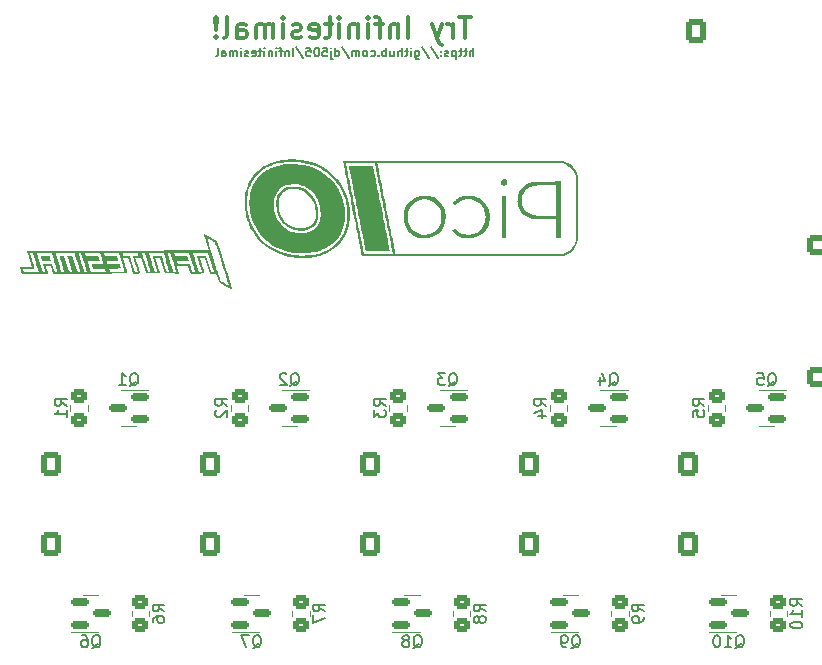
<source format=gbo>
%TF.GenerationSoftware,KiCad,Pcbnew,(6.0.8)*%
%TF.CreationDate,2023-01-05T19:35:49-07:00*%
%TF.ProjectId,PicoIO,5069636f-494f-42e6-9b69-6361645f7063,rev?*%
%TF.SameCoordinates,Original*%
%TF.FileFunction,Legend,Bot*%
%TF.FilePolarity,Positive*%
%FSLAX46Y46*%
G04 Gerber Fmt 4.6, Leading zero omitted, Abs format (unit mm)*
G04 Created by KiCad (PCBNEW (6.0.8)) date 2023-01-05 19:35:49*
%MOMM*%
%LPD*%
G01*
G04 APERTURE LIST*
G04 Aperture macros list*
%AMRoundRect*
0 Rectangle with rounded corners*
0 $1 Rounding radius*
0 $2 $3 $4 $5 $6 $7 $8 $9 X,Y pos of 4 corners*
0 Add a 4 corners polygon primitive as box body*
4,1,4,$2,$3,$4,$5,$6,$7,$8,$9,$2,$3,0*
0 Add four circle primitives for the rounded corners*
1,1,$1+$1,$2,$3*
1,1,$1+$1,$4,$5*
1,1,$1+$1,$6,$7*
1,1,$1+$1,$8,$9*
0 Add four rect primitives between the rounded corners*
20,1,$1+$1,$2,$3,$4,$5,0*
20,1,$1+$1,$4,$5,$6,$7,0*
20,1,$1+$1,$6,$7,$8,$9,0*
20,1,$1+$1,$8,$9,$2,$3,0*%
G04 Aperture macros list end*
%ADD10C,0.182500*%
%ADD11C,0.300000*%
%ADD12C,0.150000*%
%ADD13C,0.120000*%
%ADD14RoundRect,0.250000X-0.600000X-0.725000X0.600000X-0.725000X0.600000X0.725000X-0.600000X0.725000X0*%
%ADD15O,1.700000X1.950000*%
%ADD16O,1.700000X1.700000*%
%ADD17R,1.700000X1.700000*%
%ADD18RoundRect,0.250000X0.725000X-0.600000X0.725000X0.600000X-0.725000X0.600000X-0.725000X-0.600000X0*%
%ADD19O,1.950000X1.700000*%
%ADD20C,3.200000*%
%ADD21RoundRect,0.250000X0.600000X0.750000X-0.600000X0.750000X-0.600000X-0.750000X0.600000X-0.750000X0*%
%ADD22O,1.700000X2.000000*%
%ADD23RoundRect,0.150000X-0.587500X-0.150000X0.587500X-0.150000X0.587500X0.150000X-0.587500X0.150000X0*%
%ADD24RoundRect,0.250000X0.450000X-0.350000X0.450000X0.350000X-0.450000X0.350000X-0.450000X-0.350000X0*%
%ADD25RoundRect,0.150000X0.587500X0.150000X-0.587500X0.150000X-0.587500X-0.150000X0.587500X-0.150000X0*%
%ADD26RoundRect,0.250000X-0.450000X0.350000X-0.450000X-0.350000X0.450000X-0.350000X0.450000X0.350000X0*%
G04 APERTURE END LIST*
D10*
X149275714Y-71958238D02*
X149275714Y-71228238D01*
X148962857Y-71958238D02*
X148962857Y-71575857D01*
X148997619Y-71506333D01*
X149067142Y-71471571D01*
X149171428Y-71471571D01*
X149240952Y-71506333D01*
X149275714Y-71541095D01*
X148719523Y-71471571D02*
X148441428Y-71471571D01*
X148615238Y-71228238D02*
X148615238Y-71853952D01*
X148580476Y-71923476D01*
X148510952Y-71958238D01*
X148441428Y-71958238D01*
X148302380Y-71471571D02*
X148024285Y-71471571D01*
X148198095Y-71228238D02*
X148198095Y-71853952D01*
X148163333Y-71923476D01*
X148093809Y-71958238D01*
X148024285Y-71958238D01*
X147780952Y-71471571D02*
X147780952Y-72201571D01*
X147780952Y-71506333D02*
X147711428Y-71471571D01*
X147572380Y-71471571D01*
X147502857Y-71506333D01*
X147468095Y-71541095D01*
X147433333Y-71610619D01*
X147433333Y-71819190D01*
X147468095Y-71888714D01*
X147502857Y-71923476D01*
X147572380Y-71958238D01*
X147711428Y-71958238D01*
X147780952Y-71923476D01*
X147155238Y-71923476D02*
X147085714Y-71958238D01*
X146946666Y-71958238D01*
X146877142Y-71923476D01*
X146842380Y-71853952D01*
X146842380Y-71819190D01*
X146877142Y-71749666D01*
X146946666Y-71714904D01*
X147050952Y-71714904D01*
X147120476Y-71680142D01*
X147155238Y-71610619D01*
X147155238Y-71575857D01*
X147120476Y-71506333D01*
X147050952Y-71471571D01*
X146946666Y-71471571D01*
X146877142Y-71506333D01*
X146529523Y-71888714D02*
X146494761Y-71923476D01*
X146529523Y-71958238D01*
X146564285Y-71923476D01*
X146529523Y-71888714D01*
X146529523Y-71958238D01*
X146529523Y-71506333D02*
X146494761Y-71541095D01*
X146529523Y-71575857D01*
X146564285Y-71541095D01*
X146529523Y-71506333D01*
X146529523Y-71575857D01*
X145660476Y-71193476D02*
X146286190Y-72132047D01*
X144895714Y-71193476D02*
X145521428Y-72132047D01*
X144339523Y-71471571D02*
X144339523Y-72062523D01*
X144374285Y-72132047D01*
X144409047Y-72166809D01*
X144478571Y-72201571D01*
X144582857Y-72201571D01*
X144652380Y-72166809D01*
X144339523Y-71923476D02*
X144409047Y-71958238D01*
X144548095Y-71958238D01*
X144617619Y-71923476D01*
X144652380Y-71888714D01*
X144687142Y-71819190D01*
X144687142Y-71610619D01*
X144652380Y-71541095D01*
X144617619Y-71506333D01*
X144548095Y-71471571D01*
X144409047Y-71471571D01*
X144339523Y-71506333D01*
X143991904Y-71958238D02*
X143991904Y-71471571D01*
X143991904Y-71228238D02*
X144026666Y-71263000D01*
X143991904Y-71297761D01*
X143957142Y-71263000D01*
X143991904Y-71228238D01*
X143991904Y-71297761D01*
X143748571Y-71471571D02*
X143470476Y-71471571D01*
X143644285Y-71228238D02*
X143644285Y-71853952D01*
X143609523Y-71923476D01*
X143540000Y-71958238D01*
X143470476Y-71958238D01*
X143227142Y-71958238D02*
X143227142Y-71228238D01*
X142914285Y-71958238D02*
X142914285Y-71575857D01*
X142949047Y-71506333D01*
X143018571Y-71471571D01*
X143122857Y-71471571D01*
X143192380Y-71506333D01*
X143227142Y-71541095D01*
X142253809Y-71471571D02*
X142253809Y-71958238D01*
X142566666Y-71471571D02*
X142566666Y-71853952D01*
X142531904Y-71923476D01*
X142462380Y-71958238D01*
X142358095Y-71958238D01*
X142288571Y-71923476D01*
X142253809Y-71888714D01*
X141906190Y-71958238D02*
X141906190Y-71228238D01*
X141906190Y-71506333D02*
X141836666Y-71471571D01*
X141697619Y-71471571D01*
X141628095Y-71506333D01*
X141593333Y-71541095D01*
X141558571Y-71610619D01*
X141558571Y-71819190D01*
X141593333Y-71888714D01*
X141628095Y-71923476D01*
X141697619Y-71958238D01*
X141836666Y-71958238D01*
X141906190Y-71923476D01*
X141245714Y-71888714D02*
X141210952Y-71923476D01*
X141245714Y-71958238D01*
X141280476Y-71923476D01*
X141245714Y-71888714D01*
X141245714Y-71958238D01*
X140585238Y-71923476D02*
X140654761Y-71958238D01*
X140793809Y-71958238D01*
X140863333Y-71923476D01*
X140898095Y-71888714D01*
X140932857Y-71819190D01*
X140932857Y-71610619D01*
X140898095Y-71541095D01*
X140863333Y-71506333D01*
X140793809Y-71471571D01*
X140654761Y-71471571D01*
X140585238Y-71506333D01*
X140168095Y-71958238D02*
X140237619Y-71923476D01*
X140272380Y-71888714D01*
X140307142Y-71819190D01*
X140307142Y-71610619D01*
X140272380Y-71541095D01*
X140237619Y-71506333D01*
X140168095Y-71471571D01*
X140063809Y-71471571D01*
X139994285Y-71506333D01*
X139959523Y-71541095D01*
X139924761Y-71610619D01*
X139924761Y-71819190D01*
X139959523Y-71888714D01*
X139994285Y-71923476D01*
X140063809Y-71958238D01*
X140168095Y-71958238D01*
X139611904Y-71958238D02*
X139611904Y-71471571D01*
X139611904Y-71541095D02*
X139577142Y-71506333D01*
X139507619Y-71471571D01*
X139403333Y-71471571D01*
X139333809Y-71506333D01*
X139299047Y-71575857D01*
X139299047Y-71958238D01*
X139299047Y-71575857D02*
X139264285Y-71506333D01*
X139194761Y-71471571D01*
X139090476Y-71471571D01*
X139020952Y-71506333D01*
X138986190Y-71575857D01*
X138986190Y-71958238D01*
X138117142Y-71193476D02*
X138742857Y-72132047D01*
X137560952Y-71958238D02*
X137560952Y-71228238D01*
X137560952Y-71923476D02*
X137630476Y-71958238D01*
X137769523Y-71958238D01*
X137839047Y-71923476D01*
X137873809Y-71888714D01*
X137908571Y-71819190D01*
X137908571Y-71610619D01*
X137873809Y-71541095D01*
X137839047Y-71506333D01*
X137769523Y-71471571D01*
X137630476Y-71471571D01*
X137560952Y-71506333D01*
X137213333Y-71471571D02*
X137213333Y-72097285D01*
X137248095Y-72166809D01*
X137317619Y-72201571D01*
X137352380Y-72201571D01*
X137213333Y-71228238D02*
X137248095Y-71263000D01*
X137213333Y-71297761D01*
X137178571Y-71263000D01*
X137213333Y-71228238D01*
X137213333Y-71297761D01*
X136518095Y-71228238D02*
X136865714Y-71228238D01*
X136900476Y-71575857D01*
X136865714Y-71541095D01*
X136796190Y-71506333D01*
X136622380Y-71506333D01*
X136552857Y-71541095D01*
X136518095Y-71575857D01*
X136483333Y-71645380D01*
X136483333Y-71819190D01*
X136518095Y-71888714D01*
X136552857Y-71923476D01*
X136622380Y-71958238D01*
X136796190Y-71958238D01*
X136865714Y-71923476D01*
X136900476Y-71888714D01*
X136031428Y-71228238D02*
X135961904Y-71228238D01*
X135892380Y-71263000D01*
X135857619Y-71297761D01*
X135822857Y-71367285D01*
X135788095Y-71506333D01*
X135788095Y-71680142D01*
X135822857Y-71819190D01*
X135857619Y-71888714D01*
X135892380Y-71923476D01*
X135961904Y-71958238D01*
X136031428Y-71958238D01*
X136100952Y-71923476D01*
X136135714Y-71888714D01*
X136170476Y-71819190D01*
X136205238Y-71680142D01*
X136205238Y-71506333D01*
X136170476Y-71367285D01*
X136135714Y-71297761D01*
X136100952Y-71263000D01*
X136031428Y-71228238D01*
X135127619Y-71228238D02*
X135475238Y-71228238D01*
X135510000Y-71575857D01*
X135475238Y-71541095D01*
X135405714Y-71506333D01*
X135231904Y-71506333D01*
X135162380Y-71541095D01*
X135127619Y-71575857D01*
X135092857Y-71645380D01*
X135092857Y-71819190D01*
X135127619Y-71888714D01*
X135162380Y-71923476D01*
X135231904Y-71958238D01*
X135405714Y-71958238D01*
X135475238Y-71923476D01*
X135510000Y-71888714D01*
X134258571Y-71193476D02*
X134884285Y-72132047D01*
X134015238Y-71958238D02*
X134015238Y-71228238D01*
X133667619Y-71471571D02*
X133667619Y-71958238D01*
X133667619Y-71541095D02*
X133632857Y-71506333D01*
X133563333Y-71471571D01*
X133459047Y-71471571D01*
X133389523Y-71506333D01*
X133354761Y-71575857D01*
X133354761Y-71958238D01*
X133111428Y-71471571D02*
X132833333Y-71471571D01*
X133007142Y-71958238D02*
X133007142Y-71332523D01*
X132972380Y-71263000D01*
X132902857Y-71228238D01*
X132833333Y-71228238D01*
X132590000Y-71958238D02*
X132590000Y-71471571D01*
X132590000Y-71228238D02*
X132624761Y-71263000D01*
X132590000Y-71297761D01*
X132555238Y-71263000D01*
X132590000Y-71228238D01*
X132590000Y-71297761D01*
X132242380Y-71471571D02*
X132242380Y-71958238D01*
X132242380Y-71541095D02*
X132207619Y-71506333D01*
X132138095Y-71471571D01*
X132033809Y-71471571D01*
X131964285Y-71506333D01*
X131929523Y-71575857D01*
X131929523Y-71958238D01*
X131581904Y-71958238D02*
X131581904Y-71471571D01*
X131581904Y-71228238D02*
X131616666Y-71263000D01*
X131581904Y-71297761D01*
X131547142Y-71263000D01*
X131581904Y-71228238D01*
X131581904Y-71297761D01*
X131338571Y-71471571D02*
X131060476Y-71471571D01*
X131234285Y-71228238D02*
X131234285Y-71853952D01*
X131199523Y-71923476D01*
X131130000Y-71958238D01*
X131060476Y-71958238D01*
X130539047Y-71923476D02*
X130608571Y-71958238D01*
X130747619Y-71958238D01*
X130817142Y-71923476D01*
X130851904Y-71853952D01*
X130851904Y-71575857D01*
X130817142Y-71506333D01*
X130747619Y-71471571D01*
X130608571Y-71471571D01*
X130539047Y-71506333D01*
X130504285Y-71575857D01*
X130504285Y-71645380D01*
X130851904Y-71714904D01*
X130226190Y-71923476D02*
X130156666Y-71958238D01*
X130017619Y-71958238D01*
X129948095Y-71923476D01*
X129913333Y-71853952D01*
X129913333Y-71819190D01*
X129948095Y-71749666D01*
X130017619Y-71714904D01*
X130121904Y-71714904D01*
X130191428Y-71680142D01*
X130226190Y-71610619D01*
X130226190Y-71575857D01*
X130191428Y-71506333D01*
X130121904Y-71471571D01*
X130017619Y-71471571D01*
X129948095Y-71506333D01*
X129600476Y-71958238D02*
X129600476Y-71471571D01*
X129600476Y-71228238D02*
X129635238Y-71263000D01*
X129600476Y-71297761D01*
X129565714Y-71263000D01*
X129600476Y-71228238D01*
X129600476Y-71297761D01*
X129252857Y-71958238D02*
X129252857Y-71471571D01*
X129252857Y-71541095D02*
X129218095Y-71506333D01*
X129148571Y-71471571D01*
X129044285Y-71471571D01*
X128974761Y-71506333D01*
X128940000Y-71575857D01*
X128940000Y-71958238D01*
X128940000Y-71575857D02*
X128905238Y-71506333D01*
X128835714Y-71471571D01*
X128731428Y-71471571D01*
X128661904Y-71506333D01*
X128627142Y-71575857D01*
X128627142Y-71958238D01*
X127966666Y-71958238D02*
X127966666Y-71575857D01*
X128001428Y-71506333D01*
X128070952Y-71471571D01*
X128210000Y-71471571D01*
X128279523Y-71506333D01*
X127966666Y-71923476D02*
X128036190Y-71958238D01*
X128210000Y-71958238D01*
X128279523Y-71923476D01*
X128314285Y-71853952D01*
X128314285Y-71784428D01*
X128279523Y-71714904D01*
X128210000Y-71680142D01*
X128036190Y-71680142D01*
X127966666Y-71645380D01*
X127514761Y-71958238D02*
X127584285Y-71923476D01*
X127619047Y-71853952D01*
X127619047Y-71228238D01*
D11*
X149092666Y-68637666D02*
X148092666Y-68637666D01*
X148592666Y-70387666D02*
X148592666Y-68637666D01*
X147509333Y-70387666D02*
X147509333Y-69221000D01*
X147509333Y-69554333D02*
X147426000Y-69387666D01*
X147342666Y-69304333D01*
X147176000Y-69221000D01*
X147009333Y-69221000D01*
X146592666Y-69221000D02*
X146176000Y-70387666D01*
X145759333Y-69221000D02*
X146176000Y-70387666D01*
X146342666Y-70804333D01*
X146426000Y-70887666D01*
X146592666Y-70971000D01*
X143759333Y-70387666D02*
X143759333Y-68637666D01*
X142926000Y-69221000D02*
X142926000Y-70387666D01*
X142926000Y-69387666D02*
X142842666Y-69304333D01*
X142676000Y-69221000D01*
X142426000Y-69221000D01*
X142259333Y-69304333D01*
X142176000Y-69471000D01*
X142176000Y-70387666D01*
X141592666Y-69221000D02*
X140926000Y-69221000D01*
X141342666Y-70387666D02*
X141342666Y-68887666D01*
X141259333Y-68721000D01*
X141092666Y-68637666D01*
X140926000Y-68637666D01*
X140342666Y-70387666D02*
X140342666Y-69221000D01*
X140342666Y-68637666D02*
X140426000Y-68721000D01*
X140342666Y-68804333D01*
X140259333Y-68721000D01*
X140342666Y-68637666D01*
X140342666Y-68804333D01*
X139509333Y-69221000D02*
X139509333Y-70387666D01*
X139509333Y-69387666D02*
X139426000Y-69304333D01*
X139259333Y-69221000D01*
X139009333Y-69221000D01*
X138842666Y-69304333D01*
X138759333Y-69471000D01*
X138759333Y-70387666D01*
X137926000Y-70387666D02*
X137926000Y-69221000D01*
X137926000Y-68637666D02*
X138009333Y-68721000D01*
X137926000Y-68804333D01*
X137842666Y-68721000D01*
X137926000Y-68637666D01*
X137926000Y-68804333D01*
X137342666Y-69221000D02*
X136676000Y-69221000D01*
X137092666Y-68637666D02*
X137092666Y-70137666D01*
X137009333Y-70304333D01*
X136842666Y-70387666D01*
X136676000Y-70387666D01*
X135426000Y-70304333D02*
X135592666Y-70387666D01*
X135926000Y-70387666D01*
X136092666Y-70304333D01*
X136176000Y-70137666D01*
X136176000Y-69471000D01*
X136092666Y-69304333D01*
X135926000Y-69221000D01*
X135592666Y-69221000D01*
X135426000Y-69304333D01*
X135342666Y-69471000D01*
X135342666Y-69637666D01*
X136176000Y-69804333D01*
X134676000Y-70304333D02*
X134509333Y-70387666D01*
X134176000Y-70387666D01*
X134009333Y-70304333D01*
X133926000Y-70137666D01*
X133926000Y-70054333D01*
X134009333Y-69887666D01*
X134176000Y-69804333D01*
X134426000Y-69804333D01*
X134592666Y-69721000D01*
X134676000Y-69554333D01*
X134676000Y-69471000D01*
X134592666Y-69304333D01*
X134426000Y-69221000D01*
X134176000Y-69221000D01*
X134009333Y-69304333D01*
X133176000Y-70387666D02*
X133176000Y-69221000D01*
X133176000Y-68637666D02*
X133259333Y-68721000D01*
X133176000Y-68804333D01*
X133092666Y-68721000D01*
X133176000Y-68637666D01*
X133176000Y-68804333D01*
X132342666Y-70387666D02*
X132342666Y-69221000D01*
X132342666Y-69387666D02*
X132259333Y-69304333D01*
X132092666Y-69221000D01*
X131842666Y-69221000D01*
X131676000Y-69304333D01*
X131592666Y-69471000D01*
X131592666Y-70387666D01*
X131592666Y-69471000D02*
X131509333Y-69304333D01*
X131342666Y-69221000D01*
X131092666Y-69221000D01*
X130926000Y-69304333D01*
X130842666Y-69471000D01*
X130842666Y-70387666D01*
X129259333Y-70387666D02*
X129259333Y-69471000D01*
X129342666Y-69304333D01*
X129509333Y-69221000D01*
X129842666Y-69221000D01*
X130009333Y-69304333D01*
X129259333Y-70304333D02*
X129426000Y-70387666D01*
X129842666Y-70387666D01*
X130009333Y-70304333D01*
X130092666Y-70137666D01*
X130092666Y-69971000D01*
X130009333Y-69804333D01*
X129842666Y-69721000D01*
X129426000Y-69721000D01*
X129259333Y-69637666D01*
X128176000Y-70387666D02*
X128342666Y-70304333D01*
X128426000Y-70137666D01*
X128426000Y-68637666D01*
X127509333Y-70221000D02*
X127426000Y-70304333D01*
X127509333Y-70387666D01*
X127592666Y-70304333D01*
X127509333Y-70221000D01*
X127509333Y-70387666D01*
X127509333Y-69721000D02*
X127592666Y-68721000D01*
X127509333Y-68637666D01*
X127426000Y-68721000D01*
X127509333Y-69721000D01*
X127509333Y-68637666D01*
D12*
%TO.C,Q9*%
X157575238Y-122080619D02*
X157670476Y-122033000D01*
X157765714Y-121937761D01*
X157908571Y-121794904D01*
X158003809Y-121747285D01*
X158099047Y-121747285D01*
X158051428Y-121985380D02*
X158146666Y-121937761D01*
X158241904Y-121842523D01*
X158289523Y-121652047D01*
X158289523Y-121318714D01*
X158241904Y-121128238D01*
X158146666Y-121033000D01*
X158051428Y-120985380D01*
X157860952Y-120985380D01*
X157765714Y-121033000D01*
X157670476Y-121128238D01*
X157622857Y-121318714D01*
X157622857Y-121652047D01*
X157670476Y-121842523D01*
X157765714Y-121937761D01*
X157860952Y-121985380D01*
X158051428Y-121985380D01*
X157146666Y-121985380D02*
X156956190Y-121985380D01*
X156860952Y-121937761D01*
X156813333Y-121890142D01*
X156718095Y-121747285D01*
X156670476Y-121556809D01*
X156670476Y-121175857D01*
X156718095Y-121080619D01*
X156765714Y-121033000D01*
X156860952Y-120985380D01*
X157051428Y-120985380D01*
X157146666Y-121033000D01*
X157194285Y-121080619D01*
X157241904Y-121175857D01*
X157241904Y-121413952D01*
X157194285Y-121509190D01*
X157146666Y-121556809D01*
X157051428Y-121604428D01*
X156860952Y-121604428D01*
X156765714Y-121556809D01*
X156718095Y-121509190D01*
X156670476Y-121413952D01*
%TO.C,R2*%
X128432380Y-101566333D02*
X127956190Y-101233000D01*
X128432380Y-100994904D02*
X127432380Y-100994904D01*
X127432380Y-101375857D01*
X127480000Y-101471095D01*
X127527619Y-101518714D01*
X127622857Y-101566333D01*
X127765714Y-101566333D01*
X127860952Y-101518714D01*
X127908571Y-101471095D01*
X127956190Y-101375857D01*
X127956190Y-100994904D01*
X127527619Y-101947285D02*
X127480000Y-101994904D01*
X127432380Y-102090142D01*
X127432380Y-102328238D01*
X127480000Y-102423476D01*
X127527619Y-102471095D01*
X127622857Y-102518714D01*
X127718095Y-102518714D01*
X127860952Y-102471095D01*
X128432380Y-101899666D01*
X128432380Y-102518714D01*
%TO.C,Q5*%
X174175238Y-99880619D02*
X174270476Y-99833000D01*
X174365714Y-99737761D01*
X174508571Y-99594904D01*
X174603809Y-99547285D01*
X174699047Y-99547285D01*
X174651428Y-99785380D02*
X174746666Y-99737761D01*
X174841904Y-99642523D01*
X174889523Y-99452047D01*
X174889523Y-99118714D01*
X174841904Y-98928238D01*
X174746666Y-98833000D01*
X174651428Y-98785380D01*
X174460952Y-98785380D01*
X174365714Y-98833000D01*
X174270476Y-98928238D01*
X174222857Y-99118714D01*
X174222857Y-99452047D01*
X174270476Y-99642523D01*
X174365714Y-99737761D01*
X174460952Y-99785380D01*
X174651428Y-99785380D01*
X173318095Y-98785380D02*
X173794285Y-98785380D01*
X173841904Y-99261571D01*
X173794285Y-99213952D01*
X173699047Y-99166333D01*
X173460952Y-99166333D01*
X173365714Y-99213952D01*
X173318095Y-99261571D01*
X173270476Y-99356809D01*
X173270476Y-99594904D01*
X173318095Y-99690142D01*
X173365714Y-99737761D01*
X173460952Y-99785380D01*
X173699047Y-99785380D01*
X173794285Y-99737761D01*
X173841904Y-99690142D01*
%TO.C,Q3*%
X147175238Y-99880619D02*
X147270476Y-99833000D01*
X147365714Y-99737761D01*
X147508571Y-99594904D01*
X147603809Y-99547285D01*
X147699047Y-99547285D01*
X147651428Y-99785380D02*
X147746666Y-99737761D01*
X147841904Y-99642523D01*
X147889523Y-99452047D01*
X147889523Y-99118714D01*
X147841904Y-98928238D01*
X147746666Y-98833000D01*
X147651428Y-98785380D01*
X147460952Y-98785380D01*
X147365714Y-98833000D01*
X147270476Y-98928238D01*
X147222857Y-99118714D01*
X147222857Y-99452047D01*
X147270476Y-99642523D01*
X147365714Y-99737761D01*
X147460952Y-99785380D01*
X147651428Y-99785380D01*
X146889523Y-98785380D02*
X146270476Y-98785380D01*
X146603809Y-99166333D01*
X146460952Y-99166333D01*
X146365714Y-99213952D01*
X146318095Y-99261571D01*
X146270476Y-99356809D01*
X146270476Y-99594904D01*
X146318095Y-99690142D01*
X146365714Y-99737761D01*
X146460952Y-99785380D01*
X146746666Y-99785380D01*
X146841904Y-99737761D01*
X146889523Y-99690142D01*
%TO.C,R4*%
X155432380Y-101566333D02*
X154956190Y-101233000D01*
X155432380Y-100994904D02*
X154432380Y-100994904D01*
X154432380Y-101375857D01*
X154480000Y-101471095D01*
X154527619Y-101518714D01*
X154622857Y-101566333D01*
X154765714Y-101566333D01*
X154860952Y-101518714D01*
X154908571Y-101471095D01*
X154956190Y-101375857D01*
X154956190Y-100994904D01*
X154765714Y-102423476D02*
X155432380Y-102423476D01*
X154384761Y-102185380D02*
X155099047Y-101947285D01*
X155099047Y-102566333D01*
%TO.C,R3*%
X141832380Y-101566333D02*
X141356190Y-101233000D01*
X141832380Y-100994904D02*
X140832380Y-100994904D01*
X140832380Y-101375857D01*
X140880000Y-101471095D01*
X140927619Y-101518714D01*
X141022857Y-101566333D01*
X141165714Y-101566333D01*
X141260952Y-101518714D01*
X141308571Y-101471095D01*
X141356190Y-101375857D01*
X141356190Y-100994904D01*
X140832380Y-101899666D02*
X140832380Y-102518714D01*
X141213333Y-102185380D01*
X141213333Y-102328238D01*
X141260952Y-102423476D01*
X141308571Y-102471095D01*
X141403809Y-102518714D01*
X141641904Y-102518714D01*
X141737142Y-102471095D01*
X141784761Y-102423476D01*
X141832380Y-102328238D01*
X141832380Y-102042523D01*
X141784761Y-101947285D01*
X141737142Y-101899666D01*
%TO.C,R5*%
X168832380Y-101566333D02*
X168356190Y-101233000D01*
X168832380Y-100994904D02*
X167832380Y-100994904D01*
X167832380Y-101375857D01*
X167880000Y-101471095D01*
X167927619Y-101518714D01*
X168022857Y-101566333D01*
X168165714Y-101566333D01*
X168260952Y-101518714D01*
X168308571Y-101471095D01*
X168356190Y-101375857D01*
X168356190Y-100994904D01*
X167832380Y-102471095D02*
X167832380Y-101994904D01*
X168308571Y-101947285D01*
X168260952Y-101994904D01*
X168213333Y-102090142D01*
X168213333Y-102328238D01*
X168260952Y-102423476D01*
X168308571Y-102471095D01*
X168403809Y-102518714D01*
X168641904Y-102518714D01*
X168737142Y-102471095D01*
X168784761Y-102423476D01*
X168832380Y-102328238D01*
X168832380Y-102090142D01*
X168784761Y-101994904D01*
X168737142Y-101947285D01*
%TO.C,R1*%
X114832380Y-101566333D02*
X114356190Y-101233000D01*
X114832380Y-100994904D02*
X113832380Y-100994904D01*
X113832380Y-101375857D01*
X113880000Y-101471095D01*
X113927619Y-101518714D01*
X114022857Y-101566333D01*
X114165714Y-101566333D01*
X114260952Y-101518714D01*
X114308571Y-101471095D01*
X114356190Y-101375857D01*
X114356190Y-100994904D01*
X114832380Y-102518714D02*
X114832380Y-101947285D01*
X114832380Y-102233000D02*
X113832380Y-102233000D01*
X113975238Y-102137761D01*
X114070476Y-102042523D01*
X114118095Y-101947285D01*
%TO.C,R7*%
X136712380Y-118966333D02*
X136236190Y-118633000D01*
X136712380Y-118394904D02*
X135712380Y-118394904D01*
X135712380Y-118775857D01*
X135760000Y-118871095D01*
X135807619Y-118918714D01*
X135902857Y-118966333D01*
X136045714Y-118966333D01*
X136140952Y-118918714D01*
X136188571Y-118871095D01*
X136236190Y-118775857D01*
X136236190Y-118394904D01*
X135712380Y-119299666D02*
X135712380Y-119966333D01*
X136712380Y-119537761D01*
%TO.C,Q2*%
X133775238Y-99880619D02*
X133870476Y-99833000D01*
X133965714Y-99737761D01*
X134108571Y-99594904D01*
X134203809Y-99547285D01*
X134299047Y-99547285D01*
X134251428Y-99785380D02*
X134346666Y-99737761D01*
X134441904Y-99642523D01*
X134489523Y-99452047D01*
X134489523Y-99118714D01*
X134441904Y-98928238D01*
X134346666Y-98833000D01*
X134251428Y-98785380D01*
X134060952Y-98785380D01*
X133965714Y-98833000D01*
X133870476Y-98928238D01*
X133822857Y-99118714D01*
X133822857Y-99452047D01*
X133870476Y-99642523D01*
X133965714Y-99737761D01*
X134060952Y-99785380D01*
X134251428Y-99785380D01*
X133441904Y-98880619D02*
X133394285Y-98833000D01*
X133299047Y-98785380D01*
X133060952Y-98785380D01*
X132965714Y-98833000D01*
X132918095Y-98880619D01*
X132870476Y-98975857D01*
X132870476Y-99071095D01*
X132918095Y-99213952D01*
X133489523Y-99785380D01*
X132870476Y-99785380D01*
%TO.C,Q4*%
X160775238Y-99880619D02*
X160870476Y-99833000D01*
X160965714Y-99737761D01*
X161108571Y-99594904D01*
X161203809Y-99547285D01*
X161299047Y-99547285D01*
X161251428Y-99785380D02*
X161346666Y-99737761D01*
X161441904Y-99642523D01*
X161489523Y-99452047D01*
X161489523Y-99118714D01*
X161441904Y-98928238D01*
X161346666Y-98833000D01*
X161251428Y-98785380D01*
X161060952Y-98785380D01*
X160965714Y-98833000D01*
X160870476Y-98928238D01*
X160822857Y-99118714D01*
X160822857Y-99452047D01*
X160870476Y-99642523D01*
X160965714Y-99737761D01*
X161060952Y-99785380D01*
X161251428Y-99785380D01*
X159965714Y-99118714D02*
X159965714Y-99785380D01*
X160203809Y-98737761D02*
X160441904Y-99452047D01*
X159822857Y-99452047D01*
%TO.C,Q7*%
X130575238Y-122080619D02*
X130670476Y-122033000D01*
X130765714Y-121937761D01*
X130908571Y-121794904D01*
X131003809Y-121747285D01*
X131099047Y-121747285D01*
X131051428Y-121985380D02*
X131146666Y-121937761D01*
X131241904Y-121842523D01*
X131289523Y-121652047D01*
X131289523Y-121318714D01*
X131241904Y-121128238D01*
X131146666Y-121033000D01*
X131051428Y-120985380D01*
X130860952Y-120985380D01*
X130765714Y-121033000D01*
X130670476Y-121128238D01*
X130622857Y-121318714D01*
X130622857Y-121652047D01*
X130670476Y-121842523D01*
X130765714Y-121937761D01*
X130860952Y-121985380D01*
X131051428Y-121985380D01*
X130289523Y-120985380D02*
X129622857Y-120985380D01*
X130051428Y-121985380D01*
%TO.C,R10*%
X177112380Y-118490142D02*
X176636190Y-118156809D01*
X177112380Y-117918714D02*
X176112380Y-117918714D01*
X176112380Y-118299666D01*
X176160000Y-118394904D01*
X176207619Y-118442523D01*
X176302857Y-118490142D01*
X176445714Y-118490142D01*
X176540952Y-118442523D01*
X176588571Y-118394904D01*
X176636190Y-118299666D01*
X176636190Y-117918714D01*
X177112380Y-119442523D02*
X177112380Y-118871095D01*
X177112380Y-119156809D02*
X176112380Y-119156809D01*
X176255238Y-119061571D01*
X176350476Y-118966333D01*
X176398095Y-118871095D01*
X176112380Y-120061571D02*
X176112380Y-120156809D01*
X176160000Y-120252047D01*
X176207619Y-120299666D01*
X176302857Y-120347285D01*
X176493333Y-120394904D01*
X176731428Y-120394904D01*
X176921904Y-120347285D01*
X177017142Y-120299666D01*
X177064761Y-120252047D01*
X177112380Y-120156809D01*
X177112380Y-120061571D01*
X177064761Y-119966333D01*
X177017142Y-119918714D01*
X176921904Y-119871095D01*
X176731428Y-119823476D01*
X176493333Y-119823476D01*
X176302857Y-119871095D01*
X176207619Y-119918714D01*
X176160000Y-119966333D01*
X176112380Y-120061571D01*
%TO.C,R8*%
X150312380Y-118966333D02*
X149836190Y-118633000D01*
X150312380Y-118394904D02*
X149312380Y-118394904D01*
X149312380Y-118775857D01*
X149360000Y-118871095D01*
X149407619Y-118918714D01*
X149502857Y-118966333D01*
X149645714Y-118966333D01*
X149740952Y-118918714D01*
X149788571Y-118871095D01*
X149836190Y-118775857D01*
X149836190Y-118394904D01*
X149740952Y-119537761D02*
X149693333Y-119442523D01*
X149645714Y-119394904D01*
X149550476Y-119347285D01*
X149502857Y-119347285D01*
X149407619Y-119394904D01*
X149360000Y-119442523D01*
X149312380Y-119537761D01*
X149312380Y-119728238D01*
X149360000Y-119823476D01*
X149407619Y-119871095D01*
X149502857Y-119918714D01*
X149550476Y-119918714D01*
X149645714Y-119871095D01*
X149693333Y-119823476D01*
X149740952Y-119728238D01*
X149740952Y-119537761D01*
X149788571Y-119442523D01*
X149836190Y-119394904D01*
X149931428Y-119347285D01*
X150121904Y-119347285D01*
X150217142Y-119394904D01*
X150264761Y-119442523D01*
X150312380Y-119537761D01*
X150312380Y-119728238D01*
X150264761Y-119823476D01*
X150217142Y-119871095D01*
X150121904Y-119918714D01*
X149931428Y-119918714D01*
X149836190Y-119871095D01*
X149788571Y-119823476D01*
X149740952Y-119728238D01*
%TO.C,Q10*%
X171451428Y-122080619D02*
X171546666Y-122033000D01*
X171641904Y-121937761D01*
X171784761Y-121794904D01*
X171880000Y-121747285D01*
X171975238Y-121747285D01*
X171927619Y-121985380D02*
X172022857Y-121937761D01*
X172118095Y-121842523D01*
X172165714Y-121652047D01*
X172165714Y-121318714D01*
X172118095Y-121128238D01*
X172022857Y-121033000D01*
X171927619Y-120985380D01*
X171737142Y-120985380D01*
X171641904Y-121033000D01*
X171546666Y-121128238D01*
X171499047Y-121318714D01*
X171499047Y-121652047D01*
X171546666Y-121842523D01*
X171641904Y-121937761D01*
X171737142Y-121985380D01*
X171927619Y-121985380D01*
X170546666Y-121985380D02*
X171118095Y-121985380D01*
X170832380Y-121985380D02*
X170832380Y-120985380D01*
X170927619Y-121128238D01*
X171022857Y-121223476D01*
X171118095Y-121271095D01*
X169927619Y-120985380D02*
X169832380Y-120985380D01*
X169737142Y-121033000D01*
X169689523Y-121080619D01*
X169641904Y-121175857D01*
X169594285Y-121366333D01*
X169594285Y-121604428D01*
X169641904Y-121794904D01*
X169689523Y-121890142D01*
X169737142Y-121937761D01*
X169832380Y-121985380D01*
X169927619Y-121985380D01*
X170022857Y-121937761D01*
X170070476Y-121890142D01*
X170118095Y-121794904D01*
X170165714Y-121604428D01*
X170165714Y-121366333D01*
X170118095Y-121175857D01*
X170070476Y-121080619D01*
X170022857Y-121033000D01*
X169927619Y-120985380D01*
%TO.C,Q8*%
X144175238Y-122080619D02*
X144270476Y-122033000D01*
X144365714Y-121937761D01*
X144508571Y-121794904D01*
X144603809Y-121747285D01*
X144699047Y-121747285D01*
X144651428Y-121985380D02*
X144746666Y-121937761D01*
X144841904Y-121842523D01*
X144889523Y-121652047D01*
X144889523Y-121318714D01*
X144841904Y-121128238D01*
X144746666Y-121033000D01*
X144651428Y-120985380D01*
X144460952Y-120985380D01*
X144365714Y-121033000D01*
X144270476Y-121128238D01*
X144222857Y-121318714D01*
X144222857Y-121652047D01*
X144270476Y-121842523D01*
X144365714Y-121937761D01*
X144460952Y-121985380D01*
X144651428Y-121985380D01*
X143651428Y-121413952D02*
X143746666Y-121366333D01*
X143794285Y-121318714D01*
X143841904Y-121223476D01*
X143841904Y-121175857D01*
X143794285Y-121080619D01*
X143746666Y-121033000D01*
X143651428Y-120985380D01*
X143460952Y-120985380D01*
X143365714Y-121033000D01*
X143318095Y-121080619D01*
X143270476Y-121175857D01*
X143270476Y-121223476D01*
X143318095Y-121318714D01*
X143365714Y-121366333D01*
X143460952Y-121413952D01*
X143651428Y-121413952D01*
X143746666Y-121461571D01*
X143794285Y-121509190D01*
X143841904Y-121604428D01*
X143841904Y-121794904D01*
X143794285Y-121890142D01*
X143746666Y-121937761D01*
X143651428Y-121985380D01*
X143460952Y-121985380D01*
X143365714Y-121937761D01*
X143318095Y-121890142D01*
X143270476Y-121794904D01*
X143270476Y-121604428D01*
X143318095Y-121509190D01*
X143365714Y-121461571D01*
X143460952Y-121413952D01*
%TO.C,Q1*%
X120175238Y-99880619D02*
X120270476Y-99833000D01*
X120365714Y-99737761D01*
X120508571Y-99594904D01*
X120603809Y-99547285D01*
X120699047Y-99547285D01*
X120651428Y-99785380D02*
X120746666Y-99737761D01*
X120841904Y-99642523D01*
X120889523Y-99452047D01*
X120889523Y-99118714D01*
X120841904Y-98928238D01*
X120746666Y-98833000D01*
X120651428Y-98785380D01*
X120460952Y-98785380D01*
X120365714Y-98833000D01*
X120270476Y-98928238D01*
X120222857Y-99118714D01*
X120222857Y-99452047D01*
X120270476Y-99642523D01*
X120365714Y-99737761D01*
X120460952Y-99785380D01*
X120651428Y-99785380D01*
X119270476Y-99785380D02*
X119841904Y-99785380D01*
X119556190Y-99785380D02*
X119556190Y-98785380D01*
X119651428Y-98928238D01*
X119746666Y-99023476D01*
X119841904Y-99071095D01*
%TO.C,R9*%
X163712380Y-118966333D02*
X163236190Y-118633000D01*
X163712380Y-118394904D02*
X162712380Y-118394904D01*
X162712380Y-118775857D01*
X162760000Y-118871095D01*
X162807619Y-118918714D01*
X162902857Y-118966333D01*
X163045714Y-118966333D01*
X163140952Y-118918714D01*
X163188571Y-118871095D01*
X163236190Y-118775857D01*
X163236190Y-118394904D01*
X163712380Y-119442523D02*
X163712380Y-119633000D01*
X163664761Y-119728238D01*
X163617142Y-119775857D01*
X163474285Y-119871095D01*
X163283809Y-119918714D01*
X162902857Y-119918714D01*
X162807619Y-119871095D01*
X162760000Y-119823476D01*
X162712380Y-119728238D01*
X162712380Y-119537761D01*
X162760000Y-119442523D01*
X162807619Y-119394904D01*
X162902857Y-119347285D01*
X163140952Y-119347285D01*
X163236190Y-119394904D01*
X163283809Y-119442523D01*
X163331428Y-119537761D01*
X163331428Y-119728238D01*
X163283809Y-119823476D01*
X163236190Y-119871095D01*
X163140952Y-119918714D01*
%TO.C,Q6*%
X116975238Y-122080619D02*
X117070476Y-122033000D01*
X117165714Y-121937761D01*
X117308571Y-121794904D01*
X117403809Y-121747285D01*
X117499047Y-121747285D01*
X117451428Y-121985380D02*
X117546666Y-121937761D01*
X117641904Y-121842523D01*
X117689523Y-121652047D01*
X117689523Y-121318714D01*
X117641904Y-121128238D01*
X117546666Y-121033000D01*
X117451428Y-120985380D01*
X117260952Y-120985380D01*
X117165714Y-121033000D01*
X117070476Y-121128238D01*
X117022857Y-121318714D01*
X117022857Y-121652047D01*
X117070476Y-121842523D01*
X117165714Y-121937761D01*
X117260952Y-121985380D01*
X117451428Y-121985380D01*
X116165714Y-120985380D02*
X116356190Y-120985380D01*
X116451428Y-121033000D01*
X116499047Y-121080619D01*
X116594285Y-121223476D01*
X116641904Y-121413952D01*
X116641904Y-121794904D01*
X116594285Y-121890142D01*
X116546666Y-121937761D01*
X116451428Y-121985380D01*
X116260952Y-121985380D01*
X116165714Y-121937761D01*
X116118095Y-121890142D01*
X116070476Y-121794904D01*
X116070476Y-121556809D01*
X116118095Y-121461571D01*
X116165714Y-121413952D01*
X116260952Y-121366333D01*
X116451428Y-121366333D01*
X116546666Y-121413952D01*
X116594285Y-121461571D01*
X116641904Y-121556809D01*
%TO.C,R6*%
X123112380Y-118966333D02*
X122636190Y-118633000D01*
X123112380Y-118394904D02*
X122112380Y-118394904D01*
X122112380Y-118775857D01*
X122160000Y-118871095D01*
X122207619Y-118918714D01*
X122302857Y-118966333D01*
X122445714Y-118966333D01*
X122540952Y-118918714D01*
X122588571Y-118871095D01*
X122636190Y-118775857D01*
X122636190Y-118394904D01*
X122112380Y-119823476D02*
X122112380Y-119633000D01*
X122160000Y-119537761D01*
X122207619Y-119490142D01*
X122350476Y-119394904D01*
X122540952Y-119347285D01*
X122921904Y-119347285D01*
X123017142Y-119394904D01*
X123064761Y-119442523D01*
X123112380Y-119537761D01*
X123112380Y-119728238D01*
X123064761Y-119823476D01*
X123017142Y-119871095D01*
X122921904Y-119918714D01*
X122683809Y-119918714D01*
X122588571Y-119871095D01*
X122540952Y-119823476D01*
X122493333Y-119728238D01*
X122493333Y-119537761D01*
X122540952Y-119442523D01*
X122588571Y-119394904D01*
X122683809Y-119347285D01*
%TO.C,G\u002A\u002A\u002A*%
G36*
X136134457Y-85429591D02*
G01*
X136121888Y-85591928D01*
X136099127Y-85733837D01*
X136064750Y-85860958D01*
X136017332Y-85978933D01*
X135955447Y-86093401D01*
X135912430Y-86159966D01*
X135793169Y-86309000D01*
X135655753Y-86435507D01*
X135500145Y-86539509D01*
X135326307Y-86621029D01*
X135134203Y-86680089D01*
X134923795Y-86716711D01*
X134738650Y-86730059D01*
X134524669Y-86727346D01*
X134314577Y-86706373D01*
X134118126Y-86667730D01*
X133954413Y-86618161D01*
X133745682Y-86529700D01*
X133550848Y-86417572D01*
X133370888Y-86283269D01*
X133206780Y-86128284D01*
X133059504Y-85954112D01*
X132930038Y-85762245D01*
X132819359Y-85554176D01*
X132728446Y-85331400D01*
X132658278Y-85095408D01*
X132609833Y-84847695D01*
X132584089Y-84589754D01*
X132582870Y-84432383D01*
X132781633Y-84432383D01*
X132794135Y-84655007D01*
X132805788Y-84753644D01*
X132852914Y-85010320D01*
X132922415Y-85251466D01*
X133013760Y-85476056D01*
X133126416Y-85683061D01*
X133259852Y-85871453D01*
X133413538Y-86040205D01*
X133586941Y-86188289D01*
X133669072Y-86246309D01*
X133852242Y-86351305D01*
X134047476Y-86430921D01*
X134257667Y-86486442D01*
X134303665Y-86494790D01*
X134437967Y-86511695D01*
X134583433Y-86521139D01*
X134727762Y-86522532D01*
X134858650Y-86515283D01*
X135021151Y-86491381D01*
X135193001Y-86444989D01*
X135358214Y-86375981D01*
X135385644Y-86362230D01*
X135448896Y-86327226D01*
X135502767Y-86290397D01*
X135556543Y-86244917D01*
X135619512Y-86183962D01*
X135681574Y-86118983D01*
X135729765Y-86060830D01*
X135768313Y-86003006D01*
X135803881Y-85936570D01*
X135839631Y-85860675D01*
X135871623Y-85781614D01*
X135895125Y-85705150D01*
X135911373Y-85624989D01*
X135921602Y-85534840D01*
X135927048Y-85428407D01*
X135928944Y-85299398D01*
X135928973Y-85235135D01*
X135927307Y-85121930D01*
X135922573Y-85025861D01*
X135913860Y-84939030D01*
X135900260Y-84853538D01*
X135880864Y-84761490D01*
X135854762Y-84654985D01*
X135826660Y-84554430D01*
X135745075Y-84329163D01*
X135642426Y-84119554D01*
X135520012Y-83927282D01*
X135379129Y-83754028D01*
X135221076Y-83601474D01*
X135047151Y-83471298D01*
X134858650Y-83365182D01*
X134737494Y-83312214D01*
X134584272Y-83260797D01*
X134425508Y-83225853D01*
X134254285Y-83205943D01*
X134063689Y-83199626D01*
X133882017Y-83206445D01*
X133688322Y-83232082D01*
X133514451Y-83277179D01*
X133359144Y-83342170D01*
X133221143Y-83427493D01*
X133099186Y-83533582D01*
X133052901Y-83583909D01*
X132953632Y-83720199D01*
X132877024Y-83872627D01*
X132822924Y-84041757D01*
X132791179Y-84228154D01*
X132781633Y-84432383D01*
X132582870Y-84432383D01*
X132582024Y-84323077D01*
X132584228Y-84272358D01*
X132592371Y-84157947D01*
X132604616Y-84063224D01*
X132621729Y-83981610D01*
X132681963Y-83797734D01*
X132766145Y-83626292D01*
X132871918Y-83473443D01*
X132998262Y-83340108D01*
X133144156Y-83227207D01*
X133308579Y-83135658D01*
X133490510Y-83066382D01*
X133688928Y-83020299D01*
X133886196Y-82995732D01*
X134132695Y-82988433D01*
X134372299Y-83007728D01*
X134603446Y-83053289D01*
X134824576Y-83124787D01*
X135034127Y-83221894D01*
X135230536Y-83344283D01*
X135245665Y-83355262D01*
X135348728Y-83438862D01*
X135456395Y-83539391D01*
X135561267Y-83649170D01*
X135655944Y-83760520D01*
X135733025Y-83865761D01*
X135855672Y-84072978D01*
X135963942Y-84309457D01*
X136046061Y-84557747D01*
X136102120Y-84818195D01*
X136132211Y-85091144D01*
X136134335Y-85235135D01*
X136136427Y-85376941D01*
X136134457Y-85429591D01*
G37*
G36*
X140781264Y-81262768D02*
G01*
X140781988Y-81266208D01*
X140787645Y-81294176D01*
X140798608Y-81348851D01*
X140814633Y-81429018D01*
X140835481Y-81533463D01*
X140860908Y-81660972D01*
X140890674Y-81810330D01*
X140924536Y-81980325D01*
X140962253Y-82169740D01*
X141003584Y-82377363D01*
X141048286Y-82601980D01*
X141096118Y-82842375D01*
X141146839Y-83097335D01*
X141200206Y-83365645D01*
X141255977Y-83646092D01*
X141313912Y-83937462D01*
X141373769Y-84238539D01*
X141435305Y-84548111D01*
X141498280Y-84864963D01*
X141523936Y-84994053D01*
X141586332Y-85307982D01*
X141647180Y-85614089D01*
X141706240Y-85911162D01*
X141763270Y-86197992D01*
X141818030Y-86473367D01*
X141870278Y-86736077D01*
X141919774Y-86984911D01*
X141966277Y-87218656D01*
X142009545Y-87436104D01*
X142049338Y-87636043D01*
X142085415Y-87817261D01*
X142117535Y-87978549D01*
X142145457Y-88118695D01*
X142168939Y-88236488D01*
X142187741Y-88330718D01*
X142201623Y-88400173D01*
X142210342Y-88443643D01*
X142213659Y-88459917D01*
X142213887Y-88463673D01*
X142211028Y-88468037D01*
X142202767Y-88471772D01*
X142187140Y-88474926D01*
X142162184Y-88477548D01*
X142125937Y-88479687D01*
X142076434Y-88481391D01*
X142011713Y-88482710D01*
X141929809Y-88483692D01*
X141828759Y-88484386D01*
X141706601Y-88484841D01*
X141561371Y-88485106D01*
X141391105Y-88485229D01*
X141193840Y-88485259D01*
X140168058Y-88485259D01*
X140152589Y-88409233D01*
X140152380Y-88408204D01*
X140139296Y-88343543D01*
X140121424Y-88254681D01*
X140099054Y-88143080D01*
X140072475Y-88010202D01*
X140041977Y-87857508D01*
X140007851Y-87686458D01*
X139970387Y-87498514D01*
X139929874Y-87295138D01*
X139886603Y-87077791D01*
X139840863Y-86847934D01*
X139792944Y-86607028D01*
X139743137Y-86356534D01*
X139691731Y-86097914D01*
X139639016Y-85832630D01*
X139585283Y-85562142D01*
X139530822Y-85287911D01*
X139475921Y-85011400D01*
X139420872Y-84734069D01*
X139365964Y-84457379D01*
X139311488Y-84182792D01*
X139257732Y-83911769D01*
X139204988Y-83645771D01*
X139153546Y-83386260D01*
X139103694Y-83134697D01*
X139055724Y-82892543D01*
X139009925Y-82661260D01*
X138966587Y-82442308D01*
X138926000Y-82237149D01*
X138888454Y-82047244D01*
X138854239Y-81874055D01*
X138823646Y-81719043D01*
X138796964Y-81583668D01*
X138774482Y-81469393D01*
X138756492Y-81377679D01*
X138743283Y-81309987D01*
X138735145Y-81267777D01*
X138732367Y-81252513D01*
X138734086Y-81248723D01*
X138741465Y-81244907D01*
X138756477Y-81241645D01*
X138781061Y-81238895D01*
X138817157Y-81236614D01*
X138866704Y-81234761D01*
X138931639Y-81233292D01*
X139013904Y-81232166D01*
X139115435Y-81231340D01*
X139238173Y-81230771D01*
X139384057Y-81230417D01*
X139555024Y-81230236D01*
X139753015Y-81230185D01*
X140773663Y-81230185D01*
X140781264Y-81262768D01*
G37*
G36*
X151895351Y-82362154D02*
G01*
X151932127Y-82364804D01*
X151979019Y-82372337D01*
X152014344Y-82386630D01*
X152049097Y-82411192D01*
X152085634Y-82443972D01*
X152128765Y-82501578D01*
X152150140Y-82567849D01*
X152153304Y-82650939D01*
X152150125Y-82685948D01*
X152127504Y-82767218D01*
X152082915Y-82831268D01*
X152014458Y-82881249D01*
X151974444Y-82898240D01*
X151927709Y-82906103D01*
X151863999Y-82906111D01*
X151827975Y-82903975D01*
X151782317Y-82896998D01*
X151747461Y-82882683D01*
X151711947Y-82857356D01*
X151688446Y-82837221D01*
X151636246Y-82776735D01*
X151607717Y-82709445D01*
X151599060Y-82627619D01*
X151600523Y-82593350D01*
X151619752Y-82512519D01*
X151662635Y-82447145D01*
X151730894Y-82394181D01*
X151761008Y-82377801D01*
X151796665Y-82364937D01*
X151837529Y-82360484D01*
X151895351Y-82362154D01*
G37*
G36*
X152055058Y-87355727D02*
G01*
X151707510Y-87355727D01*
X151707510Y-83778874D01*
X152055058Y-83778874D01*
X152055058Y-87355727D01*
G37*
G36*
X156660027Y-85187022D02*
G01*
X156659868Y-85440694D01*
X156659603Y-85685138D01*
X156659239Y-85918835D01*
X156658782Y-86140267D01*
X156658237Y-86347916D01*
X156657611Y-86540265D01*
X156656911Y-86715794D01*
X156656141Y-86872988D01*
X156655309Y-87010326D01*
X156654420Y-87126293D01*
X156653481Y-87219368D01*
X156652497Y-87288035D01*
X156651476Y-87330776D01*
X156650421Y-87346072D01*
X156633773Y-87349747D01*
X156593960Y-87352853D01*
X156537149Y-87354954D01*
X156469407Y-87355727D01*
X156298046Y-87355727D01*
X156298046Y-85777277D01*
X155483099Y-85777277D01*
X155307058Y-85776993D01*
X155142965Y-85776166D01*
X154993252Y-85774837D01*
X154860350Y-85773044D01*
X154746687Y-85770828D01*
X154654695Y-85768227D01*
X154586803Y-85765281D01*
X154545443Y-85762031D01*
X154311792Y-85723538D01*
X154095901Y-85667248D01*
X153899767Y-85592727D01*
X153721304Y-85499037D01*
X153558427Y-85385237D01*
X153409049Y-85250390D01*
X153285527Y-85108258D01*
X153184132Y-84953530D01*
X153106398Y-84786519D01*
X153051558Y-84605204D01*
X153018847Y-84407567D01*
X153007498Y-84191587D01*
X153007632Y-84179000D01*
X153371898Y-84179000D01*
X153372490Y-84230792D01*
X153385446Y-84409529D01*
X153416199Y-84570268D01*
X153465872Y-84717653D01*
X153535585Y-84856326D01*
X153575085Y-84917986D01*
X153683038Y-85048429D01*
X153813714Y-85161938D01*
X153966215Y-85257997D01*
X154139643Y-85336090D01*
X154333098Y-85395702D01*
X154545683Y-85436315D01*
X154573030Y-85439809D01*
X154619345Y-85444421D01*
X154673823Y-85448262D01*
X154739061Y-85451394D01*
X154817661Y-85453877D01*
X154912222Y-85455772D01*
X155025345Y-85457141D01*
X155159628Y-85458043D01*
X155317673Y-85458539D01*
X155502079Y-85458691D01*
X156298046Y-85458691D01*
X156298046Y-82879170D01*
X155447276Y-82884726D01*
X155328208Y-82885527D01*
X155152935Y-82886900D01*
X155002333Y-82888515D01*
X154873729Y-82890584D01*
X154764449Y-82893321D01*
X154671820Y-82896938D01*
X154593166Y-82901645D01*
X154525815Y-82907657D01*
X154467092Y-82915185D01*
X154414324Y-82924442D01*
X154364837Y-82935638D01*
X154315957Y-82948988D01*
X154265010Y-82964703D01*
X154209322Y-82982996D01*
X154179529Y-82993167D01*
X154028949Y-83053867D01*
X153899022Y-83124590D01*
X153783101Y-83209431D01*
X153674543Y-83312484D01*
X153611465Y-83384928D01*
X153522570Y-83514742D01*
X153455166Y-83656195D01*
X153408251Y-83812149D01*
X153380828Y-83985463D01*
X153371898Y-84179000D01*
X153007632Y-84179000D01*
X153008393Y-84107551D01*
X153022036Y-83911730D01*
X153052963Y-83734045D01*
X153102411Y-83569994D01*
X153171613Y-83415076D01*
X153261805Y-83264792D01*
X153343409Y-83157354D01*
X153477354Y-83020507D01*
X153633433Y-82899131D01*
X153809473Y-82794649D01*
X154003304Y-82708481D01*
X154212755Y-82642049D01*
X154231228Y-82637263D01*
X154278531Y-82625145D01*
X154321835Y-82614643D01*
X154363494Y-82605630D01*
X154405862Y-82597976D01*
X154451294Y-82591554D01*
X154502145Y-82586234D01*
X154560768Y-82581890D01*
X154629518Y-82578391D01*
X154710749Y-82575610D01*
X154806816Y-82573418D01*
X154920073Y-82571686D01*
X155052874Y-82570287D01*
X155207574Y-82569092D01*
X155386527Y-82567972D01*
X155592088Y-82566799D01*
X156660076Y-82560759D01*
X156660076Y-84948589D01*
X156660027Y-85187022D01*
G37*
G36*
X146862741Y-86075865D02*
G01*
X146859575Y-86087880D01*
X146788519Y-86299703D01*
X146693223Y-86497144D01*
X146575359Y-86678656D01*
X146436598Y-86842694D01*
X146278611Y-86987715D01*
X146103071Y-87112172D01*
X145911648Y-87214520D01*
X145706014Y-87293216D01*
X145487841Y-87346713D01*
X145436548Y-87354211D01*
X145337464Y-87362865D01*
X145223673Y-87367625D01*
X145103739Y-87368480D01*
X144986230Y-87365419D01*
X144879710Y-87358434D01*
X144792744Y-87347514D01*
X144653837Y-87317494D01*
X144442529Y-87247983D01*
X144241905Y-87152209D01*
X144054932Y-87031443D01*
X143920579Y-86921120D01*
X143768727Y-86763674D01*
X143639264Y-86587883D01*
X143532227Y-86393806D01*
X143447655Y-86181509D01*
X143385587Y-85951052D01*
X143371641Y-85862285D01*
X143362127Y-85747941D01*
X143358618Y-85640469D01*
X143714267Y-85640469D01*
X143731914Y-85831413D01*
X143768067Y-86013632D01*
X143822536Y-86180193D01*
X143870611Y-86286587D01*
X143972646Y-86459893D01*
X144095327Y-86614004D01*
X144236953Y-86747617D01*
X144395824Y-86859430D01*
X144570239Y-86948138D01*
X144758497Y-87012438D01*
X144958897Y-87051026D01*
X144996331Y-87055170D01*
X145203001Y-87061410D01*
X145405327Y-87039208D01*
X145602058Y-86988776D01*
X145791946Y-86910324D01*
X145920858Y-86837061D01*
X146075538Y-86720559D01*
X146212173Y-86582735D01*
X146329238Y-86425422D01*
X146425212Y-86250453D01*
X146498572Y-86059660D01*
X146514794Y-86003036D01*
X146551302Y-85817134D01*
X146566690Y-85622177D01*
X146561341Y-85424313D01*
X146535638Y-85229688D01*
X146489964Y-85044449D01*
X146424703Y-84874743D01*
X146413894Y-84852136D01*
X146311831Y-84673975D01*
X146189878Y-84516417D01*
X146049031Y-84380306D01*
X145890285Y-84266488D01*
X145714635Y-84175807D01*
X145523076Y-84109108D01*
X145508689Y-84105235D01*
X145462516Y-84094064D01*
X145417908Y-84086133D01*
X145368762Y-84080934D01*
X145308972Y-84077959D01*
X145232437Y-84076700D01*
X145133052Y-84076648D01*
X145038424Y-84077371D01*
X144958340Y-84079279D01*
X144895771Y-84082842D01*
X144844768Y-84088559D01*
X144799382Y-84096928D01*
X144753667Y-84108448D01*
X144571661Y-84172012D01*
X144395652Y-84262247D01*
X144236268Y-84375351D01*
X144094810Y-84510077D01*
X143972582Y-84665176D01*
X143870886Y-84839399D01*
X143791023Y-85031496D01*
X143774264Y-85084612D01*
X143735252Y-85260137D01*
X143715316Y-85447733D01*
X143714267Y-85640469D01*
X143358618Y-85640469D01*
X143357969Y-85620598D01*
X143359092Y-85488198D01*
X143365420Y-85358687D01*
X143376875Y-85240008D01*
X143393382Y-85140105D01*
X143409028Y-85073420D01*
X143478312Y-84855998D01*
X143572186Y-84653040D01*
X143690084Y-84465640D01*
X143831440Y-84294890D01*
X143956768Y-84173891D01*
X144130847Y-84039950D01*
X144319613Y-83930652D01*
X144524018Y-83845465D01*
X144745013Y-83783855D01*
X144805553Y-83773932D01*
X144896089Y-83765192D01*
X145001805Y-83759417D01*
X145115394Y-83756669D01*
X145229548Y-83757012D01*
X145336959Y-83760511D01*
X145430320Y-83767230D01*
X145502322Y-83777232D01*
X145573900Y-83793166D01*
X145745104Y-83844296D01*
X145913934Y-83911696D01*
X146071676Y-83991631D01*
X146209615Y-84080367D01*
X146221895Y-84089472D01*
X146386973Y-84230692D01*
X146531597Y-84390745D01*
X146655019Y-84567353D01*
X146756495Y-84758239D01*
X146835280Y-84961126D01*
X146890628Y-85173736D01*
X146921793Y-85393793D01*
X146928030Y-85619018D01*
X146927761Y-85622177D01*
X146908595Y-85847135D01*
X146862741Y-86075865D01*
G37*
G36*
X148974265Y-83755733D02*
G01*
X149084516Y-83762413D01*
X149182605Y-83772217D01*
X149260190Y-83784877D01*
X149314097Y-83797318D01*
X149534945Y-83865165D01*
X149739375Y-83956074D01*
X149926342Y-84069125D01*
X150094805Y-84203398D01*
X150243720Y-84357973D01*
X150372045Y-84531929D01*
X150478737Y-84724347D01*
X150562754Y-84934306D01*
X150563257Y-84935825D01*
X150616789Y-85139094D01*
X150647917Y-85352637D01*
X150656935Y-85571353D01*
X150644141Y-85790141D01*
X150609830Y-86003900D01*
X150554299Y-86207531D01*
X150477844Y-86395931D01*
X150429431Y-86488756D01*
X150309190Y-86674879D01*
X150168117Y-86841955D01*
X150007904Y-86988716D01*
X149830245Y-87113891D01*
X149636830Y-87216213D01*
X149429353Y-87294412D01*
X149209505Y-87347217D01*
X149151170Y-87355309D01*
X149051526Y-87363365D01*
X148937815Y-87367733D01*
X148818557Y-87368403D01*
X148702270Y-87365363D01*
X148597473Y-87358603D01*
X148512685Y-87348112D01*
X148379022Y-87319719D01*
X148180972Y-87256311D01*
X147996315Y-87170661D01*
X147827717Y-87064298D01*
X147677845Y-86938751D01*
X147549365Y-86795550D01*
X147537263Y-86779803D01*
X147511300Y-86744143D01*
X147500602Y-86722768D01*
X147503057Y-86709375D01*
X147516553Y-86697663D01*
X147521785Y-86693932D01*
X147551631Y-86672380D01*
X147595105Y-86640780D01*
X147644743Y-86604553D01*
X147745317Y-86531005D01*
X147845421Y-86639643D01*
X147879208Y-86675101D01*
X148021839Y-86800642D01*
X148177763Y-86900904D01*
X148348640Y-86976822D01*
X148536130Y-87029335D01*
X148554967Y-87033142D01*
X148743833Y-87057280D01*
X148937650Y-87058339D01*
X149130040Y-87036988D01*
X149314628Y-86993896D01*
X149485037Y-86929733D01*
X149562676Y-86890968D01*
X149728818Y-86785779D01*
X149875756Y-86660022D01*
X150002568Y-86515242D01*
X150108332Y-86352983D01*
X150192125Y-86174791D01*
X150253026Y-85982209D01*
X150290112Y-85776784D01*
X150302463Y-85560060D01*
X150296652Y-85414177D01*
X150267121Y-85203834D01*
X150213489Y-85006683D01*
X150136738Y-84824072D01*
X150037849Y-84657350D01*
X149917805Y-84507864D01*
X149777586Y-84376962D01*
X149618176Y-84265993D01*
X149440556Y-84176305D01*
X149245708Y-84109245D01*
X149225201Y-84103784D01*
X149179965Y-84093141D01*
X149135594Y-84085589D01*
X149086124Y-84080637D01*
X149025590Y-84077797D01*
X148948028Y-84076576D01*
X148847476Y-84076484D01*
X148755811Y-84076943D01*
X148679308Y-84078208D01*
X148620373Y-84080848D01*
X148573090Y-84085452D01*
X148531544Y-84092612D01*
X148489820Y-84102917D01*
X148442003Y-84116958D01*
X148418675Y-84124254D01*
X148240062Y-84193634D01*
X148081298Y-84280474D01*
X147944220Y-84383616D01*
X147830665Y-84501903D01*
X147824082Y-84510013D01*
X147790527Y-84549678D01*
X147764444Y-84577830D01*
X147751016Y-84588817D01*
X147741573Y-84584623D01*
X147712454Y-84566482D01*
X147669391Y-84537239D01*
X147617723Y-84500433D01*
X147494801Y-84411046D01*
X147519485Y-84367457D01*
X147534509Y-84344788D01*
X147575236Y-84295353D01*
X147630278Y-84236847D01*
X147694110Y-84174578D01*
X147761206Y-84113849D01*
X147826044Y-84059968D01*
X147883097Y-84018240D01*
X147979415Y-83960043D01*
X148165547Y-83873122D01*
X148370147Y-83807452D01*
X148591978Y-83763477D01*
X148653966Y-83757106D01*
X148750648Y-83752812D01*
X148860195Y-83752443D01*
X148974265Y-83755733D01*
G37*
G36*
X138405276Y-85488435D02*
G01*
X138402266Y-85623181D01*
X138396970Y-85748108D01*
X138389437Y-85856862D01*
X138379713Y-85943087D01*
X138339009Y-86166977D01*
X138261876Y-86457652D01*
X138159343Y-86734417D01*
X138031402Y-86997294D01*
X137878042Y-87246301D01*
X137699256Y-87481460D01*
X137698933Y-87481845D01*
X137511255Y-87683161D01*
X137301271Y-87867145D01*
X137070354Y-88033143D01*
X136819875Y-88180501D01*
X136551205Y-88308566D01*
X136265716Y-88416683D01*
X135964779Y-88504198D01*
X135649766Y-88570459D01*
X135322048Y-88614810D01*
X135264705Y-88619011D01*
X135173071Y-88622608D01*
X135062307Y-88624640D01*
X134937755Y-88625196D01*
X134804759Y-88624363D01*
X134668660Y-88622230D01*
X134534800Y-88618885D01*
X134408523Y-88614416D01*
X134295170Y-88608910D01*
X134200085Y-88602456D01*
X134128609Y-88595143D01*
X134030742Y-88581242D01*
X133660193Y-88512173D01*
X133305955Y-88419292D01*
X132968104Y-88302633D01*
X132646715Y-88162233D01*
X132341866Y-87998128D01*
X132053631Y-87810352D01*
X131782087Y-87598943D01*
X131527308Y-87363936D01*
X131477138Y-87313105D01*
X131377222Y-87207216D01*
X131287394Y-87104105D01*
X131201846Y-86996625D01*
X131114773Y-86877628D01*
X131020368Y-86739968D01*
X131007048Y-86719951D01*
X130833957Y-86434032D01*
X130686004Y-86137300D01*
X130562839Y-85828634D01*
X130464118Y-85506915D01*
X130389491Y-85171025D01*
X130338613Y-84819842D01*
X130311137Y-84452249D01*
X130308365Y-84302868D01*
X132380219Y-84302868D01*
X132381351Y-84539136D01*
X132391282Y-84673426D01*
X132430343Y-84960261D01*
X132492605Y-85231724D01*
X132577701Y-85487148D01*
X132685259Y-85725868D01*
X132814912Y-85947215D01*
X132966289Y-86150522D01*
X133139023Y-86335122D01*
X133332742Y-86500348D01*
X133547079Y-86645533D01*
X133553364Y-86649286D01*
X133703592Y-86727347D01*
X133871981Y-86795771D01*
X134049150Y-86851584D01*
X134225715Y-86891812D01*
X134392294Y-86913480D01*
X134438025Y-86916734D01*
X134526387Y-86922611D01*
X134595799Y-86926266D01*
X134653186Y-86927823D01*
X134705474Y-86927405D01*
X134759586Y-86925134D01*
X134822447Y-86921135D01*
X134860248Y-86918215D01*
X135091163Y-86886437D01*
X135304927Y-86832260D01*
X135500858Y-86756259D01*
X135678276Y-86659008D01*
X135836499Y-86541081D01*
X135974847Y-86403054D01*
X136092638Y-86245501D01*
X136189191Y-86068996D01*
X136263825Y-85874113D01*
X136315860Y-85661428D01*
X136323442Y-85606669D01*
X136330441Y-85515639D01*
X136334360Y-85407926D01*
X136335250Y-85290346D01*
X136333166Y-85169718D01*
X136328160Y-85052860D01*
X136320286Y-84946589D01*
X136309596Y-84857722D01*
X136258022Y-84599806D01*
X136181426Y-84340536D01*
X136082818Y-84094771D01*
X135963386Y-83865451D01*
X135824314Y-83655515D01*
X135815928Y-83644424D01*
X135746416Y-83560697D01*
X135661679Y-83469485D01*
X135568173Y-83376965D01*
X135472354Y-83289316D01*
X135380679Y-83212718D01*
X135299603Y-83153349D01*
X135188885Y-83083906D01*
X134998141Y-82983035D01*
X134804677Y-82905670D01*
X134603327Y-82850209D01*
X134388927Y-82815048D01*
X134156313Y-82798586D01*
X134129570Y-82797855D01*
X133883998Y-82802265D01*
X133657759Y-82827615D01*
X133449898Y-82874242D01*
X133259459Y-82942478D01*
X133085488Y-83032661D01*
X132927029Y-83145124D01*
X132783127Y-83280203D01*
X132735041Y-83334369D01*
X132616946Y-83496761D01*
X132522137Y-83675686D01*
X132450892Y-83870265D01*
X132403492Y-84079618D01*
X132380219Y-84302868D01*
X130308365Y-84302868D01*
X130307667Y-84265270D01*
X130322425Y-83953492D01*
X130362925Y-83652826D01*
X130428716Y-83364128D01*
X130519352Y-83088254D01*
X130634382Y-82826060D01*
X130773360Y-82578403D01*
X130935835Y-82346138D01*
X131121361Y-82130122D01*
X131329487Y-81931210D01*
X131559766Y-81750259D01*
X131811749Y-81588125D01*
X131880733Y-81549140D01*
X132145928Y-81417800D01*
X132423815Y-81308854D01*
X132715655Y-81222019D01*
X133022704Y-81157017D01*
X133346223Y-81113567D01*
X133687470Y-81091388D01*
X134047704Y-81090200D01*
X134241218Y-81098003D01*
X134614049Y-81131115D01*
X134971079Y-81187881D01*
X135313335Y-81268608D01*
X135641845Y-81373602D01*
X135957636Y-81503168D01*
X136261736Y-81657613D01*
X136555171Y-81837243D01*
X136640387Y-81894813D01*
X136765396Y-81983164D01*
X136875900Y-82067405D01*
X136978924Y-82153231D01*
X137081493Y-82246337D01*
X137190633Y-82352418D01*
X137270792Y-82433923D01*
X137363304Y-82533504D01*
X137447798Y-82632244D01*
X137529641Y-82736766D01*
X137614196Y-82853693D01*
X137706830Y-82989649D01*
X137865964Y-83249318D01*
X138019895Y-83553022D01*
X138149069Y-83871647D01*
X138253439Y-84205053D01*
X138332954Y-84553099D01*
X138387565Y-84915647D01*
X138393480Y-84978357D01*
X138400101Y-85088831D01*
X138404242Y-85214905D01*
X138405195Y-85290346D01*
X138405951Y-85350224D01*
X138405276Y-85488435D01*
G37*
G36*
X158131849Y-83870860D02*
G01*
X158132358Y-84141692D01*
X158132902Y-84438827D01*
X158133522Y-84763594D01*
X158133587Y-84796532D01*
X158134236Y-85176510D01*
X158134650Y-85527822D01*
X158134829Y-85850445D01*
X158134773Y-86144353D01*
X158134481Y-86409522D01*
X158133955Y-86645927D01*
X158133193Y-86853543D01*
X158132197Y-87032346D01*
X158130967Y-87182311D01*
X158129501Y-87303414D01*
X158127801Y-87395629D01*
X158125867Y-87458932D01*
X158123698Y-87493298D01*
X158117214Y-87543422D01*
X158072892Y-87754419D01*
X158002592Y-87952652D01*
X157906453Y-88137846D01*
X157784611Y-88309724D01*
X157637205Y-88468011D01*
X157628832Y-88475872D01*
X157463601Y-88610791D01*
X157284528Y-88720817D01*
X157093342Y-88805036D01*
X156891775Y-88862530D01*
X156891289Y-88862633D01*
X156881812Y-88864460D01*
X156870676Y-88866200D01*
X156857179Y-88867856D01*
X156840622Y-88869429D01*
X156820305Y-88870921D01*
X156795528Y-88872336D01*
X156765591Y-88873674D01*
X156729793Y-88874938D01*
X156687434Y-88876131D01*
X156637815Y-88877255D01*
X156580236Y-88878312D01*
X156513996Y-88879303D01*
X156438395Y-88880232D01*
X156352733Y-88881101D01*
X156256311Y-88881911D01*
X156148428Y-88882665D01*
X156028383Y-88883366D01*
X155895478Y-88884014D01*
X155749012Y-88884614D01*
X155588285Y-88885166D01*
X155412596Y-88885673D01*
X155221246Y-88886138D01*
X155013535Y-88886562D01*
X154788763Y-88886947D01*
X154546229Y-88887297D01*
X154285234Y-88887612D01*
X154005077Y-88887896D01*
X153705058Y-88888151D01*
X153384478Y-88888378D01*
X153042636Y-88888580D01*
X152678833Y-88888760D01*
X152292367Y-88888919D01*
X151882540Y-88889059D01*
X151448651Y-88889183D01*
X150990000Y-88889294D01*
X150505886Y-88889392D01*
X149995611Y-88889481D01*
X149458473Y-88889563D01*
X148893773Y-88889640D01*
X148300811Y-88889713D01*
X148252860Y-88889719D01*
X147759589Y-88889758D01*
X147273633Y-88889761D01*
X146795794Y-88889730D01*
X146326874Y-88889667D01*
X145867674Y-88889570D01*
X145418996Y-88889443D01*
X144981643Y-88889284D01*
X144556415Y-88889096D01*
X144144114Y-88888879D01*
X143745543Y-88888634D01*
X143361502Y-88888362D01*
X142992795Y-88888064D01*
X142640221Y-88887740D01*
X142304584Y-88887392D01*
X141986685Y-88887020D01*
X141687325Y-88886626D01*
X141407307Y-88886210D01*
X141147431Y-88885772D01*
X140908501Y-88885315D01*
X140691318Y-88884838D01*
X140496682Y-88884344D01*
X140325397Y-88883831D01*
X140178264Y-88883302D01*
X140056085Y-88882758D01*
X139959660Y-88882198D01*
X139889793Y-88881625D01*
X139847285Y-88881038D01*
X139832938Y-88880440D01*
X139832247Y-88876540D01*
X139826734Y-88847996D01*
X139815901Y-88792747D01*
X139799974Y-88711932D01*
X139779178Y-88606685D01*
X139753739Y-88478145D01*
X139723883Y-88327448D01*
X139689834Y-88155730D01*
X139651820Y-87964129D01*
X139610066Y-87753782D01*
X139564798Y-87525824D01*
X139516240Y-87281392D01*
X139464620Y-87021625D01*
X139410162Y-86747657D01*
X139353093Y-86460626D01*
X139293638Y-86161669D01*
X139232022Y-85851923D01*
X139168472Y-85532523D01*
X139103214Y-85204608D01*
X139036472Y-84869313D01*
X139003606Y-84704198D01*
X138937542Y-84372195D01*
X138873073Y-84048055D01*
X138810425Y-83732921D01*
X138749823Y-83427933D01*
X138691494Y-83134232D01*
X138635663Y-82852960D01*
X138582556Y-82585257D01*
X138532400Y-82332264D01*
X138485419Y-82095123D01*
X138441841Y-81874975D01*
X138401891Y-81672961D01*
X138365794Y-81490222D01*
X138333778Y-81327898D01*
X138306067Y-81187132D01*
X138282888Y-81069064D01*
X138276143Y-81034562D01*
X138486187Y-81034562D01*
X138486696Y-81037317D01*
X138491798Y-81063414D01*
X138502150Y-81115889D01*
X138517471Y-81193321D01*
X138537477Y-81294289D01*
X138561887Y-81417372D01*
X138590416Y-81561148D01*
X138622783Y-81724196D01*
X138658705Y-81905094D01*
X138697899Y-82102422D01*
X138740082Y-82314757D01*
X138784973Y-82540679D01*
X138832287Y-82778766D01*
X138881743Y-83027597D01*
X138933058Y-83285750D01*
X138985949Y-83551805D01*
X139040133Y-83824339D01*
X139095328Y-84101932D01*
X139151251Y-84383161D01*
X139207619Y-84666607D01*
X139264151Y-84950847D01*
X139320562Y-85234460D01*
X139376570Y-85516025D01*
X139431893Y-85794121D01*
X139486249Y-86067325D01*
X139539353Y-86334217D01*
X139590924Y-86593376D01*
X139640680Y-86843379D01*
X139688336Y-87082807D01*
X139733611Y-87310237D01*
X139776222Y-87524247D01*
X139815886Y-87723418D01*
X139852321Y-87906327D01*
X139885244Y-88071552D01*
X139914371Y-88217674D01*
X139939422Y-88343270D01*
X139960112Y-88446918D01*
X139976159Y-88527199D01*
X139987281Y-88582690D01*
X139993195Y-88611969D01*
X140008765Y-88687996D01*
X141231399Y-88687996D01*
X141314928Y-88687969D01*
X141506328Y-88687699D01*
X141685453Y-88687154D01*
X141850447Y-88686352D01*
X141999458Y-88685313D01*
X142130630Y-88684057D01*
X142242111Y-88682602D01*
X142332045Y-88680970D01*
X142398580Y-88679177D01*
X142439860Y-88677245D01*
X142454032Y-88675193D01*
X142451936Y-88663858D01*
X142444481Y-88625476D01*
X142431898Y-88561341D01*
X142414470Y-88472872D01*
X142392479Y-88361489D01*
X142366207Y-88228612D01*
X142335937Y-88075661D01*
X142301950Y-87904056D01*
X142264528Y-87715217D01*
X142223955Y-87510563D01*
X142180511Y-87291515D01*
X142134480Y-87059492D01*
X142086144Y-86815914D01*
X142035783Y-86562202D01*
X141983682Y-86299775D01*
X141930122Y-86030054D01*
X141875385Y-85754457D01*
X141819753Y-85474405D01*
X141763509Y-85191318D01*
X141706934Y-84906616D01*
X141650311Y-84621718D01*
X141593923Y-84338045D01*
X141538050Y-84057017D01*
X141482977Y-83780052D01*
X141428983Y-83508573D01*
X141376353Y-83243997D01*
X141325368Y-82987746D01*
X141276309Y-82741238D01*
X141229460Y-82505895D01*
X141185103Y-82283135D01*
X141143520Y-82074379D01*
X141104992Y-81881047D01*
X141069802Y-81704558D01*
X141038233Y-81546333D01*
X141010566Y-81407792D01*
X140987084Y-81290353D01*
X140968069Y-81195438D01*
X140953803Y-81124466D01*
X140944568Y-81078857D01*
X140940646Y-81060031D01*
X140932956Y-81027448D01*
X139709572Y-81027448D01*
X139582751Y-81027487D01*
X139402880Y-81027676D01*
X139232987Y-81028013D01*
X139075182Y-81028486D01*
X138931574Y-81029083D01*
X138804272Y-81029790D01*
X138695387Y-81030596D01*
X138607026Y-81031488D01*
X138541300Y-81032455D01*
X138500317Y-81033483D01*
X138486187Y-81034562D01*
X138276143Y-81034562D01*
X138274143Y-81024330D01*
X141150725Y-81024330D01*
X141150730Y-81024443D01*
X141153745Y-81041826D01*
X141162181Y-81086396D01*
X141175808Y-81156983D01*
X141194394Y-81252416D01*
X141217707Y-81371526D01*
X141245518Y-81513142D01*
X141277593Y-81676096D01*
X141313702Y-81859216D01*
X141353614Y-82061333D01*
X141397097Y-82281276D01*
X141443920Y-82517877D01*
X141493852Y-82769964D01*
X141546661Y-83036368D01*
X141602116Y-83315919D01*
X141659986Y-83607447D01*
X141720040Y-83909782D01*
X141782045Y-84221754D01*
X141845772Y-84542193D01*
X141910988Y-84869929D01*
X141914060Y-84885363D01*
X141979189Y-85212624D01*
X142042820Y-85532450D01*
X142104719Y-85843677D01*
X142164658Y-86145140D01*
X142222404Y-86435674D01*
X142277727Y-86714114D01*
X142330395Y-86979294D01*
X142380177Y-87230051D01*
X142426843Y-87465219D01*
X142470161Y-87683632D01*
X142509900Y-87884127D01*
X142545830Y-88065537D01*
X142577718Y-88226698D01*
X142605334Y-88366444D01*
X142628448Y-88483612D01*
X142646827Y-88577035D01*
X142660241Y-88645550D01*
X142665981Y-88675193D01*
X142668459Y-88687989D01*
X142671250Y-88703190D01*
X142680611Y-88703970D01*
X142717533Y-88704899D01*
X142781479Y-88705786D01*
X142871378Y-88706633D01*
X142986158Y-88707439D01*
X143124746Y-88708204D01*
X143286072Y-88708930D01*
X143469063Y-88709615D01*
X143672647Y-88710260D01*
X143895753Y-88710865D01*
X144137308Y-88711431D01*
X144396241Y-88711958D01*
X144671480Y-88712445D01*
X144961954Y-88712893D01*
X145266589Y-88713302D01*
X145584316Y-88713673D01*
X145914060Y-88714005D01*
X146254752Y-88714299D01*
X146605318Y-88714555D01*
X146964688Y-88714772D01*
X147331788Y-88714952D01*
X147705548Y-88715095D01*
X148084896Y-88715199D01*
X148468759Y-88715267D01*
X148856067Y-88715297D01*
X149245746Y-88715291D01*
X149636725Y-88715248D01*
X150027933Y-88715168D01*
X150418297Y-88715052D01*
X150806746Y-88714900D01*
X151192208Y-88714712D01*
X151573611Y-88714487D01*
X151949882Y-88714228D01*
X152319951Y-88713932D01*
X152682746Y-88713602D01*
X153037194Y-88713236D01*
X153382224Y-88712836D01*
X153716763Y-88712400D01*
X154039741Y-88711930D01*
X154350085Y-88711426D01*
X154646724Y-88710887D01*
X154928584Y-88710314D01*
X155194596Y-88709708D01*
X155443686Y-88709067D01*
X155674784Y-88708394D01*
X155886816Y-88707686D01*
X156078712Y-88706946D01*
X156249399Y-88706173D01*
X156397806Y-88705367D01*
X156522861Y-88704528D01*
X156623492Y-88703657D01*
X156698626Y-88702753D01*
X156747193Y-88701817D01*
X156768121Y-88700850D01*
X156851113Y-88685948D01*
X157035815Y-88631956D01*
X157212708Y-88551037D01*
X157379475Y-88444366D01*
X157533798Y-88313116D01*
X157632694Y-88206873D01*
X157746958Y-88048902D01*
X157838393Y-87874236D01*
X157908039Y-87681121D01*
X157941652Y-87565704D01*
X157945676Y-84908406D01*
X157946023Y-84673333D01*
X157946441Y-84363961D01*
X157946766Y-84081394D01*
X157946990Y-83824370D01*
X157947103Y-83591623D01*
X157947097Y-83381890D01*
X157946964Y-83193906D01*
X157946695Y-83026407D01*
X157946281Y-82878129D01*
X157945714Y-82747807D01*
X157944986Y-82634178D01*
X157944087Y-82535976D01*
X157943009Y-82451939D01*
X157941745Y-82380801D01*
X157940284Y-82321299D01*
X157938618Y-82272167D01*
X157936740Y-82232143D01*
X157934640Y-82199962D01*
X157932310Y-82174359D01*
X157929742Y-82154070D01*
X157926926Y-82137831D01*
X157920868Y-82109063D01*
X157863581Y-81912120D01*
X157782404Y-81730936D01*
X157678312Y-81566513D01*
X157552283Y-81419852D01*
X157405294Y-81291957D01*
X157238321Y-81183829D01*
X157052341Y-81096472D01*
X156848331Y-81030888D01*
X156848051Y-81030817D01*
X156839671Y-81029061D01*
X156828326Y-81027392D01*
X156813294Y-81025804D01*
X156793854Y-81024297D01*
X156769283Y-81022868D01*
X156738859Y-81021513D01*
X156701860Y-81020231D01*
X156657563Y-81019018D01*
X156605247Y-81017873D01*
X156544189Y-81016792D01*
X156473668Y-81015773D01*
X156392960Y-81014813D01*
X156301344Y-81013910D01*
X156198098Y-81013062D01*
X156082499Y-81012264D01*
X155953825Y-81011516D01*
X155811355Y-81010815D01*
X155654365Y-81010157D01*
X155482134Y-81009540D01*
X155293940Y-81008962D01*
X155089060Y-81008420D01*
X154866773Y-81007911D01*
X154626356Y-81007433D01*
X154367087Y-81006983D01*
X154088243Y-81006559D01*
X153789103Y-81006158D01*
X153468945Y-81005778D01*
X153127046Y-81005415D01*
X152762684Y-81005068D01*
X152375137Y-81004733D01*
X151963682Y-81004408D01*
X151527599Y-81004091D01*
X151066164Y-81003779D01*
X150578655Y-81003468D01*
X150064350Y-81003158D01*
X149522527Y-81002845D01*
X148952464Y-81002526D01*
X148570836Y-81002317D01*
X148021464Y-81002020D01*
X147499856Y-81001746D01*
X147005295Y-81001498D01*
X146537062Y-81001277D01*
X146094437Y-81001086D01*
X145676703Y-81000925D01*
X145283141Y-81000798D01*
X144913032Y-81000706D01*
X144565656Y-81000652D01*
X144240297Y-81000637D01*
X143936234Y-81000663D01*
X143652750Y-81000732D01*
X143389125Y-81000847D01*
X143144641Y-81001009D01*
X142918580Y-81001221D01*
X142710222Y-81001484D01*
X142518848Y-81001800D01*
X142343741Y-81002172D01*
X142184181Y-81002601D01*
X142039451Y-81003089D01*
X141908830Y-81003639D01*
X141791601Y-81004253D01*
X141687044Y-81004931D01*
X141594442Y-81005677D01*
X141513075Y-81006493D01*
X141442224Y-81007380D01*
X141381172Y-81008341D01*
X141329199Y-81009377D01*
X141285587Y-81010490D01*
X141249617Y-81011683D01*
X141220570Y-81012958D01*
X141197728Y-81014316D01*
X141180371Y-81015759D01*
X141167782Y-81017290D01*
X141159242Y-81018911D01*
X141154031Y-81020623D01*
X141151432Y-81022428D01*
X141150725Y-81024330D01*
X138274143Y-81024330D01*
X138264466Y-80974835D01*
X138251029Y-80905587D01*
X138242800Y-80862460D01*
X138240007Y-80846595D01*
X138240959Y-80845590D01*
X138246168Y-80844156D01*
X138256488Y-80842789D01*
X138272563Y-80841487D01*
X138295038Y-80840248D01*
X138324557Y-80839070D01*
X138361766Y-80837952D01*
X138407308Y-80836893D01*
X138461829Y-80835890D01*
X138525973Y-80834943D01*
X138600385Y-80834050D01*
X138685709Y-80833209D01*
X138782590Y-80832419D01*
X138891673Y-80831678D01*
X139013602Y-80830986D01*
X139149022Y-80830339D01*
X139298578Y-80829737D01*
X139462914Y-80829178D01*
X139642675Y-80828661D01*
X139838505Y-80828184D01*
X140051050Y-80827746D01*
X140280953Y-80827344D01*
X140528860Y-80826978D01*
X140795415Y-80826647D01*
X141081262Y-80826347D01*
X141387047Y-80826079D01*
X141713414Y-80825840D01*
X142061008Y-80825629D01*
X142430473Y-80825444D01*
X142822454Y-80825284D01*
X143237596Y-80825148D01*
X143676542Y-80825033D01*
X144139939Y-80824939D01*
X144628430Y-80824863D01*
X145142660Y-80824804D01*
X145683275Y-80824762D01*
X146250917Y-80824733D01*
X146846233Y-80824717D01*
X147469866Y-80824712D01*
X147816076Y-80824713D01*
X148424909Y-80824725D01*
X149005793Y-80824748D01*
X149559384Y-80824785D01*
X150086337Y-80824838D01*
X150587306Y-80824908D01*
X151062946Y-80824996D01*
X151513912Y-80825104D01*
X151940859Y-80825234D01*
X152344442Y-80825386D01*
X152725315Y-80825564D01*
X153084134Y-80825767D01*
X153421552Y-80825998D01*
X153738226Y-80826259D01*
X154034809Y-80826550D01*
X154311957Y-80826874D01*
X154570325Y-80827232D01*
X154810567Y-80827625D01*
X155033338Y-80828055D01*
X155239293Y-80828524D01*
X155429087Y-80829032D01*
X155603375Y-80829583D01*
X155762811Y-80830177D01*
X155908050Y-80830815D01*
X156039748Y-80831500D01*
X156158559Y-80832232D01*
X156265137Y-80833014D01*
X156360138Y-80833847D01*
X156444217Y-80834732D01*
X156518028Y-80835671D01*
X156582227Y-80836666D01*
X156637467Y-80837718D01*
X156684404Y-80838829D01*
X156723693Y-80840000D01*
X156755989Y-80841232D01*
X156781945Y-80842528D01*
X156802218Y-80843889D01*
X156817463Y-80845316D01*
X156828333Y-80846811D01*
X156856278Y-80851875D01*
X157057716Y-80904339D01*
X157248533Y-80981937D01*
X157426470Y-81082771D01*
X157589269Y-81204941D01*
X157734670Y-81346547D01*
X157860415Y-81505691D01*
X157964245Y-81680473D01*
X158043902Y-81868994D01*
X158046196Y-81875638D01*
X158056349Y-81904247D01*
X158065632Y-81929903D01*
X158074086Y-81953936D01*
X158081751Y-81977677D01*
X158088668Y-82002454D01*
X158094880Y-82029598D01*
X158100427Y-82060438D01*
X158105351Y-82096305D01*
X158109691Y-82138527D01*
X158113491Y-82188436D01*
X158116790Y-82247359D01*
X158119631Y-82316628D01*
X158122053Y-82397573D01*
X158124099Y-82491521D01*
X158125810Y-82599805D01*
X158127226Y-82723753D01*
X158128389Y-82864695D01*
X158129340Y-83023961D01*
X158130121Y-83202881D01*
X158130771Y-83402784D01*
X158131249Y-83591623D01*
X158131334Y-83625000D01*
X158131849Y-83870860D01*
G37*
G36*
X138797775Y-85817559D02*
G01*
X138760140Y-86110345D01*
X138728044Y-86275817D01*
X138647704Y-86578587D01*
X138542210Y-86868016D01*
X138412340Y-87143250D01*
X138258869Y-87403434D01*
X138082577Y-87647716D01*
X137884240Y-87875240D01*
X137664636Y-88085153D01*
X137424543Y-88276600D01*
X137164738Y-88448727D01*
X136885998Y-88600680D01*
X136589102Y-88731605D01*
X136274826Y-88840647D01*
X136132921Y-88880019D01*
X135928237Y-88926885D01*
X135707006Y-88967744D01*
X135476103Y-89001358D01*
X135242402Y-89026490D01*
X135230320Y-89027424D01*
X135165803Y-89030199D01*
X135078698Y-89031565D01*
X134974061Y-89031640D01*
X134856953Y-89030543D01*
X134732430Y-89028393D01*
X134605552Y-89025308D01*
X134481377Y-89021407D01*
X134364962Y-89016809D01*
X134261367Y-89011631D01*
X134175650Y-89005993D01*
X134112869Y-89000013D01*
X134068001Y-88994273D01*
X133836598Y-88958413D01*
X133601495Y-88912263D01*
X133370826Y-88857714D01*
X133152724Y-88796656D01*
X132955323Y-88730979D01*
X132715746Y-88636510D01*
X132381277Y-88479594D01*
X132064547Y-88300331D01*
X131766222Y-88099356D01*
X131486965Y-87877307D01*
X131227442Y-87634821D01*
X130988317Y-87372534D01*
X130770255Y-87091083D01*
X130573921Y-86791105D01*
X130399978Y-86473236D01*
X130249092Y-86138114D01*
X130237134Y-86108247D01*
X130132167Y-85811212D01*
X130046744Y-85501958D01*
X129981177Y-85184362D01*
X129935778Y-84862299D01*
X129910859Y-84539645D01*
X129907418Y-84273319D01*
X130119064Y-84273319D01*
X130119195Y-84416944D01*
X130122087Y-84554687D01*
X130127825Y-84680333D01*
X130136497Y-84787666D01*
X130145407Y-84866593D01*
X130202188Y-85232242D01*
X130282984Y-85582271D01*
X130388126Y-85917626D01*
X130517942Y-86239251D01*
X130672762Y-86548093D01*
X130852915Y-86845095D01*
X131008573Y-87065339D01*
X131230230Y-87335842D01*
X131471130Y-87585090D01*
X131730683Y-87812758D01*
X132008304Y-88018518D01*
X132303405Y-88202047D01*
X132615399Y-88363017D01*
X132943699Y-88501103D01*
X133287718Y-88615979D01*
X133646868Y-88707319D01*
X134020563Y-88774798D01*
X134408216Y-88818089D01*
X134430349Y-88819766D01*
X134649237Y-88830092D01*
X134883197Y-88831070D01*
X135121500Y-88823042D01*
X135353420Y-88806346D01*
X135568228Y-88781324D01*
X135783050Y-88745004D01*
X136094926Y-88672139D01*
X136396080Y-88577607D01*
X136683849Y-88462513D01*
X136955567Y-88327964D01*
X137208566Y-88175065D01*
X137440183Y-88004921D01*
X137594538Y-87870999D01*
X137801130Y-87659939D01*
X137986243Y-87430548D01*
X138148963Y-87184414D01*
X138288378Y-86923122D01*
X138403575Y-86648258D01*
X138493640Y-86361407D01*
X138557661Y-86064156D01*
X138575682Y-85940998D01*
X138598371Y-85691725D01*
X138606157Y-85427754D01*
X138599286Y-85155578D01*
X138578002Y-84881685D01*
X138542550Y-84612568D01*
X138493175Y-84354717D01*
X138445929Y-84163536D01*
X138339573Y-83822462D01*
X138208359Y-83494873D01*
X138052978Y-83181780D01*
X137874122Y-82884194D01*
X137672482Y-82603127D01*
X137448752Y-82339588D01*
X137203622Y-82094590D01*
X136937786Y-81869144D01*
X136651934Y-81664261D01*
X136563160Y-81607458D01*
X136254503Y-81431959D01*
X135930247Y-81279933D01*
X135592335Y-81152055D01*
X135242707Y-81049003D01*
X134883306Y-80971453D01*
X134516073Y-80920081D01*
X134140581Y-80892607D01*
X133766623Y-80888520D01*
X133404970Y-80908719D01*
X133056328Y-80953058D01*
X132721400Y-81021393D01*
X132400892Y-81113579D01*
X132095509Y-81229472D01*
X131805954Y-81368928D01*
X131532934Y-81531802D01*
X131326139Y-81680199D01*
X131099816Y-81874560D01*
X130895167Y-82087650D01*
X130712712Y-82318651D01*
X130552966Y-82566746D01*
X130416449Y-82831117D01*
X130303678Y-83110946D01*
X130215170Y-83405415D01*
X130151443Y-83713708D01*
X130144406Y-83764324D01*
X130134363Y-83869315D01*
X130126734Y-83993289D01*
X130121605Y-84130029D01*
X130119064Y-84273319D01*
X129907418Y-84273319D01*
X129906733Y-84220276D01*
X129923711Y-83908069D01*
X129962105Y-83606898D01*
X130022229Y-83320641D01*
X130065257Y-83167184D01*
X130169013Y-82874978D01*
X130297089Y-82597542D01*
X130448657Y-82335643D01*
X130622892Y-82090046D01*
X130818969Y-81861518D01*
X131036062Y-81650825D01*
X131273346Y-81458733D01*
X131529994Y-81286009D01*
X131805183Y-81133418D01*
X132098085Y-81001727D01*
X132407876Y-80891702D01*
X132733729Y-80804109D01*
X133040258Y-80745622D01*
X133368541Y-80705200D01*
X133708195Y-80684187D01*
X134053961Y-80682752D01*
X134400582Y-80701065D01*
X134742801Y-80739296D01*
X134765278Y-80742547D01*
X135143662Y-80811477D01*
X135507541Y-80905315D01*
X135857776Y-81024427D01*
X136195224Y-81169179D01*
X136520745Y-81339938D01*
X136835196Y-81537069D01*
X137139437Y-81760939D01*
X137149294Y-81768852D01*
X137215557Y-81825506D01*
X137295120Y-81898039D01*
X137382985Y-81981489D01*
X137474155Y-82070896D01*
X137563632Y-82161298D01*
X137646419Y-82247732D01*
X137717518Y-82325240D01*
X137771931Y-82388857D01*
X137861262Y-82503241D01*
X138066572Y-82798168D01*
X138248870Y-83108420D01*
X138406991Y-83431476D01*
X138539770Y-83764814D01*
X138646044Y-84105913D01*
X138724647Y-84452249D01*
X138738328Y-84529263D01*
X138784516Y-84860861D01*
X138809877Y-85188793D01*
X138813197Y-85427754D01*
X138814326Y-85509034D01*
X138797775Y-85817559D01*
G37*
D13*
%TO.C,Q9*%
X157480000Y-117573000D02*
X156830000Y-117573000D01*
X157480000Y-120693000D02*
X158130000Y-120693000D01*
X157480000Y-117573000D02*
X158130000Y-117573000D01*
X157480000Y-120693000D02*
X155805000Y-120693000D01*
%TO.C,R2*%
X128745000Y-101960064D02*
X128745000Y-101505936D01*
X130215000Y-101960064D02*
X130215000Y-101505936D01*
%TO.C,Q5*%
X174080000Y-103293000D02*
X173430000Y-103293000D01*
X174080000Y-103293000D02*
X174730000Y-103293000D01*
X174080000Y-100173000D02*
X173430000Y-100173000D01*
X174080000Y-100173000D02*
X175755000Y-100173000D01*
%TO.C,Q3*%
X147080000Y-103293000D02*
X147730000Y-103293000D01*
X147080000Y-103293000D02*
X146430000Y-103293000D01*
X147080000Y-100173000D02*
X146430000Y-100173000D01*
X147080000Y-100173000D02*
X148755000Y-100173000D01*
%TO.C,R4*%
X155745000Y-101960064D02*
X155745000Y-101505936D01*
X157215000Y-101960064D02*
X157215000Y-101505936D01*
%TO.C,R3*%
X142145000Y-101960064D02*
X142145000Y-101505936D01*
X143615000Y-101960064D02*
X143615000Y-101505936D01*
%TO.C,R5*%
X170615000Y-101960064D02*
X170615000Y-101505936D01*
X169145000Y-101960064D02*
X169145000Y-101505936D01*
%TO.C,R1*%
X115145000Y-101960064D02*
X115145000Y-101505936D01*
X116615000Y-101960064D02*
X116615000Y-101505936D01*
%TO.C,R7*%
X135415000Y-118905936D02*
X135415000Y-119360064D01*
X133945000Y-118905936D02*
X133945000Y-119360064D01*
%TO.C,Q2*%
X133680000Y-103293000D02*
X133030000Y-103293000D01*
X133680000Y-103293000D02*
X134330000Y-103293000D01*
X133680000Y-100173000D02*
X133030000Y-100173000D01*
X133680000Y-100173000D02*
X135355000Y-100173000D01*
%TO.C,Q4*%
X160680000Y-103293000D02*
X161330000Y-103293000D01*
X160680000Y-100173000D02*
X162355000Y-100173000D01*
X160680000Y-100173000D02*
X160030000Y-100173000D01*
X160680000Y-103293000D02*
X160030000Y-103293000D01*
%TO.C,Q7*%
X130480000Y-117573000D02*
X131130000Y-117573000D01*
X130480000Y-120693000D02*
X128805000Y-120693000D01*
X130480000Y-117573000D02*
X129830000Y-117573000D01*
X130480000Y-120693000D02*
X131130000Y-120693000D01*
%TO.C,R10*%
X174345000Y-118905936D02*
X174345000Y-119360064D01*
X175815000Y-118905936D02*
X175815000Y-119360064D01*
%TO.C,R8*%
X149015000Y-118905936D02*
X149015000Y-119360064D01*
X147545000Y-118905936D02*
X147545000Y-119360064D01*
%TO.C,Q10*%
X170880000Y-120693000D02*
X171530000Y-120693000D01*
X170880000Y-120693000D02*
X169205000Y-120693000D01*
X170880000Y-117573000D02*
X171530000Y-117573000D01*
X170880000Y-117573000D02*
X170230000Y-117573000D01*
%TO.C,Q8*%
X144080000Y-117573000D02*
X144730000Y-117573000D01*
X144080000Y-120693000D02*
X142405000Y-120693000D01*
X144080000Y-120693000D02*
X144730000Y-120693000D01*
X144080000Y-117573000D02*
X143430000Y-117573000D01*
%TO.C,G\u002A\u002A\u002A*%
G36*
X128814354Y-91534468D02*
G01*
X128843944Y-91629236D01*
X128855977Y-91668516D01*
X128861153Y-91699136D01*
X128851562Y-91724218D01*
X128849677Y-91723750D01*
X128808752Y-91703477D01*
X128722975Y-91656752D01*
X128600980Y-91588405D01*
X128451402Y-91503264D01*
X128282875Y-91406158D01*
X127733990Y-91088098D01*
X127621258Y-90729780D01*
X127508526Y-90371461D01*
X126932680Y-90353295D01*
X126517828Y-89034619D01*
X126309827Y-89025288D01*
X126101827Y-89015957D01*
X126305189Y-89659099D01*
X126325501Y-89723468D01*
X126383862Y-89909993D01*
X126434174Y-90073107D01*
X126473611Y-90203501D01*
X126499345Y-90291866D01*
X126508551Y-90328894D01*
X126479467Y-90337175D01*
X126396492Y-90344534D01*
X126269554Y-90350350D01*
X126108591Y-90354172D01*
X125923543Y-90355546D01*
X125338535Y-90355546D01*
X125233876Y-90021336D01*
X125129217Y-89687125D01*
X124641190Y-89687125D01*
X124546285Y-89687582D01*
X124390660Y-89690535D01*
X124266076Y-89695777D01*
X124183405Y-89702775D01*
X124153518Y-89710998D01*
X124157360Y-89729569D01*
X124176639Y-89799541D01*
X124208455Y-89906850D01*
X124248652Y-90037251D01*
X124275598Y-90123531D01*
X124298130Y-90196399D01*
X124299164Y-90199744D01*
X124310646Y-90236876D01*
X124334738Y-90316254D01*
X124343785Y-90348291D01*
X124343777Y-90348342D01*
X124312663Y-90350602D01*
X124227935Y-90351727D01*
X124099451Y-90351717D01*
X123937070Y-90350571D01*
X123750650Y-90348291D01*
X123157160Y-90339632D01*
X122740270Y-89018704D01*
X122537429Y-89018704D01*
X122508598Y-89018734D01*
X122411460Y-89020896D01*
X122362230Y-89030150D01*
X122347979Y-89051593D01*
X122355784Y-89090321D01*
X122356278Y-89091985D01*
X122375739Y-89155405D01*
X122409377Y-89263032D01*
X122453492Y-89403208D01*
X122504384Y-89564273D01*
X122558354Y-89734570D01*
X122611701Y-89902440D01*
X122660727Y-90056224D01*
X122701731Y-90184263D01*
X122731015Y-90274900D01*
X122744878Y-90316475D01*
X122741985Y-90328016D01*
X122711763Y-90339170D01*
X122645334Y-90346403D01*
X122535847Y-90350088D01*
X122376451Y-90350598D01*
X122160293Y-90348305D01*
X121560564Y-90339632D01*
X121353440Y-89679168D01*
X121146315Y-89018704D01*
X120660047Y-89018704D01*
X120862871Y-89655872D01*
X120881551Y-89714689D01*
X120940209Y-89901205D01*
X120990815Y-90064857D01*
X121030506Y-90196212D01*
X121056420Y-90285835D01*
X121065694Y-90324293D01*
X121060594Y-90330560D01*
X121008113Y-90343627D01*
X120907906Y-90352329D01*
X120771271Y-90355468D01*
X120476847Y-90355390D01*
X120270811Y-89699238D01*
X120246888Y-89623715D01*
X120185916Y-89437201D01*
X120130372Y-89275472D01*
X120083519Y-89147562D01*
X120048618Y-89062504D01*
X120028931Y-89029332D01*
X119986588Y-89023934D01*
X119898052Y-89022170D01*
X119785553Y-89025098D01*
X119578019Y-89034619D01*
X119780034Y-89671211D01*
X119798809Y-89730469D01*
X119857238Y-89916143D01*
X119907705Y-90078407D01*
X119936511Y-90172526D01*
X119947354Y-90207954D01*
X119973327Y-90295479D01*
X119982769Y-90331674D01*
X119972963Y-90333565D01*
X119908158Y-90336839D01*
X119786375Y-90339956D01*
X119611895Y-90342882D01*
X119389000Y-90345585D01*
X119121972Y-90348033D01*
X118815093Y-90350194D01*
X118472645Y-90352034D01*
X118098909Y-90353522D01*
X117698168Y-90354625D01*
X117274702Y-90355311D01*
X116832794Y-90355546D01*
X113682100Y-90355546D01*
X113579806Y-90021336D01*
X113477511Y-89687125D01*
X113276991Y-89687125D01*
X113181113Y-89690342D01*
X113105459Y-89699825D01*
X113076471Y-89713380D01*
X113076583Y-89715154D01*
X113088027Y-89761551D01*
X113114581Y-89848960D01*
X113151010Y-89960059D01*
X113151165Y-89960517D01*
X113191607Y-90083387D01*
X113226069Y-90193840D01*
X113247105Y-90268015D01*
X113268662Y-90355546D01*
X111073978Y-90355546D01*
X110993019Y-90099267D01*
X110979844Y-90057157D01*
X110953268Y-89968842D01*
X111134867Y-89968842D01*
X111134913Y-89970361D01*
X111145733Y-90019590D01*
X111169811Y-90096160D01*
X111204754Y-90196399D01*
X112467535Y-90196399D01*
X112407654Y-90013379D01*
X112406756Y-90010630D01*
X112377486Y-89920177D01*
X112333337Y-89782637D01*
X112278472Y-89611024D01*
X112217050Y-89418353D01*
X112153234Y-89217639D01*
X111966060Y-88628119D01*
X112312191Y-88628119D01*
X112318704Y-88654592D01*
X112342154Y-88734978D01*
X112380230Y-88860555D01*
X112430358Y-89022933D01*
X112489965Y-89213722D01*
X112556476Y-89424531D01*
X112801130Y-90196399D01*
X112922886Y-90196399D01*
X112946388Y-90196211D01*
X113016448Y-90192800D01*
X113044642Y-90186455D01*
X113041727Y-90175396D01*
X113022940Y-90115959D01*
X112990580Y-90017567D01*
X112949153Y-89894018D01*
X112927198Y-89827944D01*
X112889454Y-89708175D01*
X112863389Y-89616832D01*
X112853664Y-89569751D01*
X112855627Y-89562027D01*
X112882943Y-89545749D01*
X112948947Y-89535262D01*
X113061940Y-89529645D01*
X113230220Y-89527978D01*
X113606776Y-89527978D01*
X113708613Y-89862188D01*
X113810451Y-90196399D01*
X114058031Y-90196399D01*
X113981713Y-89949719D01*
X113960127Y-89880376D01*
X113914354Y-89734579D01*
X113857756Y-89555295D01*
X113795519Y-89358943D01*
X113732830Y-89161937D01*
X113567476Y-88643441D01*
X113910809Y-88643441D01*
X113911834Y-88660622D01*
X113919274Y-88685672D01*
X113944368Y-88767214D01*
X113983853Y-88894129D01*
X114034893Y-89057342D01*
X114094655Y-89247778D01*
X114160306Y-89456361D01*
X114393560Y-90196399D01*
X114514840Y-90196399D01*
X114537943Y-90196253D01*
X114607877Y-90193527D01*
X114635943Y-90188441D01*
X114626918Y-90158041D01*
X114602093Y-90077693D01*
X114564856Y-89958186D01*
X114518592Y-89810307D01*
X114466690Y-89644839D01*
X114412535Y-89472570D01*
X114359515Y-89304283D01*
X114311016Y-89150765D01*
X114270426Y-89022800D01*
X114241131Y-88931173D01*
X114235866Y-88913912D01*
X114233926Y-88883228D01*
X114258142Y-88867087D01*
X114321014Y-88860910D01*
X114435041Y-88860116D01*
X114652035Y-88860676D01*
X115067671Y-90180484D01*
X115186106Y-90190363D01*
X115207358Y-90191744D01*
X115276609Y-90189321D01*
X115304541Y-90176162D01*
X115299322Y-90153749D01*
X115277607Y-90078442D01*
X115241960Y-89960892D01*
X115195578Y-89811608D01*
X115141661Y-89641095D01*
X115105271Y-89526764D01*
X115049453Y-89350760D01*
X115000070Y-89194307D01*
X114961441Y-89071100D01*
X114937884Y-88994832D01*
X114896987Y-88859557D01*
X115324259Y-88859557D01*
X115533773Y-89520020D01*
X115743287Y-90180484D01*
X115858125Y-90190363D01*
X115861691Y-90190658D01*
X115943982Y-90187522D01*
X115972962Y-90162232D01*
X115967227Y-90133913D01*
X115943417Y-90048169D01*
X115900888Y-89905923D01*
X115839396Y-89706385D01*
X115758697Y-89448765D01*
X115658546Y-89132270D01*
X115538700Y-88756110D01*
X115501522Y-88639727D01*
X115845644Y-88639727D01*
X115846957Y-88648182D01*
X115862778Y-88708797D01*
X115894274Y-88817096D01*
X115938614Y-88963663D01*
X115992965Y-89139084D01*
X116054494Y-89333941D01*
X116074325Y-89396198D01*
X116136931Y-89592854D01*
X116193760Y-89771524D01*
X116241421Y-89921541D01*
X116276526Y-90032240D01*
X116295684Y-90092953D01*
X116324167Y-90161055D01*
X116325921Y-90162232D01*
X116367679Y-90190259D01*
X116450296Y-90196399D01*
X116572568Y-90196399D01*
X116496249Y-89949719D01*
X116474676Y-89880402D01*
X116428926Y-89734605D01*
X116372364Y-89555315D01*
X116310175Y-89358953D01*
X116247541Y-89161937D01*
X116078495Y-88631327D01*
X116418577Y-88631327D01*
X116418620Y-88632844D01*
X116429429Y-88682514D01*
X116453520Y-88759318D01*
X116488463Y-88859557D01*
X117495666Y-88859557D01*
X117550605Y-89026662D01*
X117572863Y-89093987D01*
X117602529Y-89182451D01*
X117620227Y-89233554D01*
X117620911Y-89236255D01*
X117607558Y-89251099D01*
X117558372Y-89261669D01*
X117466404Y-89268527D01*
X117324707Y-89272231D01*
X117126332Y-89273341D01*
X116617753Y-89273341D01*
X116762980Y-89734870D01*
X116908208Y-90196399D01*
X117542111Y-90196399D01*
X117735421Y-90196065D01*
X117902657Y-90194495D01*
X118020761Y-90191047D01*
X118097467Y-90185081D01*
X118140512Y-90175960D01*
X118157630Y-90163045D01*
X118156558Y-90145697D01*
X118141075Y-90100051D01*
X118117872Y-90018379D01*
X118098643Y-89941762D01*
X117068371Y-89941762D01*
X117026404Y-89790572D01*
X117013002Y-89742393D01*
X116986227Y-89646747D01*
X116968346Y-89583679D01*
X116966631Y-89576702D01*
X116969067Y-89557543D01*
X116990909Y-89544166D01*
X117041005Y-89535546D01*
X117128206Y-89530658D01*
X117261363Y-89528477D01*
X117449325Y-89527978D01*
X117552247Y-89527459D01*
X117708434Y-89524451D01*
X117833258Y-89519211D01*
X117915955Y-89512257D01*
X117945760Y-89504105D01*
X117944519Y-89497357D01*
X117929157Y-89441541D01*
X117899037Y-89340742D01*
X117857664Y-89206544D01*
X117808542Y-89050534D01*
X117679955Y-88645989D01*
X118019327Y-88645989D01*
X118023609Y-88667898D01*
X118035089Y-88708335D01*
X118059697Y-88795118D01*
X118063793Y-88807147D01*
X118078846Y-88827515D01*
X118110348Y-88842007D01*
X118167740Y-88851899D01*
X118260463Y-88858467D01*
X118397960Y-88862987D01*
X118589673Y-88866735D01*
X119101837Y-88875471D01*
X119139845Y-88986875D01*
X119140972Y-88990188D01*
X119173572Y-89093198D01*
X119199323Y-89185810D01*
X119220792Y-89273341D01*
X118227804Y-89273341D01*
X118249991Y-89376787D01*
X118251053Y-89381694D01*
X118270353Y-89458835D01*
X118286228Y-89504105D01*
X118301117Y-89509239D01*
X118369997Y-89516675D01*
X118484582Y-89522615D01*
X118633788Y-89526552D01*
X118806534Y-89527978D01*
X119312790Y-89527978D01*
X119371408Y-89726912D01*
X119430027Y-89925847D01*
X118930513Y-89934576D01*
X118431000Y-89943305D01*
X118486776Y-90163045D01*
X118495242Y-90196399D01*
X119127962Y-90196399D01*
X119164493Y-90196359D01*
X119353512Y-90194820D01*
X119516911Y-90191307D01*
X119645181Y-90186180D01*
X119728814Y-90179800D01*
X119758299Y-90172526D01*
X119751504Y-90147673D01*
X119727533Y-90068884D01*
X119688817Y-89944781D01*
X119638003Y-89783780D01*
X119577735Y-89594296D01*
X119510659Y-89384744D01*
X119265730Y-88621857D01*
X119601534Y-88621857D01*
X119602054Y-88625656D01*
X119617298Y-88672375D01*
X119647078Y-88747797D01*
X119692622Y-88856800D01*
X119940952Y-88866135D01*
X120189282Y-88875471D01*
X120396724Y-89535297D01*
X120604165Y-90195123D01*
X120723526Y-90195761D01*
X120745114Y-90195482D01*
X120814531Y-90187718D01*
X120842153Y-90172526D01*
X120841196Y-90167517D01*
X120826323Y-90114775D01*
X120795675Y-90013563D01*
X120752128Y-89873177D01*
X120698559Y-89702911D01*
X120637842Y-89512063D01*
X120434266Y-88875471D01*
X120670803Y-88859557D01*
X120691061Y-88858105D01*
X120801111Y-88846770D01*
X120879138Y-88832926D01*
X120909356Y-88819240D01*
X120904778Y-88774906D01*
X120890515Y-88699879D01*
X120871407Y-88612877D01*
X121193797Y-88612877D01*
X121201297Y-88637708D01*
X121225794Y-88715848D01*
X121258472Y-88819240D01*
X121264820Y-88839326D01*
X121315804Y-89000029D01*
X121376176Y-89189845D01*
X121443366Y-89400659D01*
X121692150Y-90180484D01*
X121808621Y-90190363D01*
X121828146Y-90191653D01*
X121897351Y-90188786D01*
X121925561Y-90174448D01*
X121919098Y-90147750D01*
X121895716Y-90067085D01*
X121857716Y-89941247D01*
X121807669Y-89778645D01*
X121748147Y-89587689D01*
X121681719Y-89376787D01*
X121437407Y-88604920D01*
X121773536Y-88604920D01*
X122021281Y-89386953D01*
X122081115Y-89574829D01*
X122143658Y-89768924D01*
X122198021Y-89935199D01*
X122241486Y-90065424D01*
X122271333Y-90151369D01*
X122280659Y-90174448D01*
X122284844Y-90184805D01*
X122286754Y-90186215D01*
X122331762Y-90193177D01*
X122409195Y-90190553D01*
X122517729Y-90180484D01*
X122317079Y-89543892D01*
X122298520Y-89484911D01*
X122240500Y-89299160D01*
X122190431Y-89136822D01*
X122151144Y-89007212D01*
X122125473Y-88919642D01*
X122116250Y-88883429D01*
X122145708Y-88874185D01*
X122226486Y-88866582D01*
X122346202Y-88861444D01*
X122492474Y-88859557D01*
X122868878Y-88859557D01*
X123078160Y-89520020D01*
X123287442Y-90180484D01*
X123541966Y-90199744D01*
X123405480Y-89776330D01*
X123348617Y-89599127D01*
X123278496Y-89379054D01*
X123210056Y-89162876D01*
X123152292Y-88978917D01*
X123046451Y-88639727D01*
X123389253Y-88639727D01*
X123390567Y-88648182D01*
X123406387Y-88708797D01*
X123437883Y-88817096D01*
X123482223Y-88963663D01*
X123536574Y-89139084D01*
X123598103Y-89333941D01*
X123617934Y-89396198D01*
X123680540Y-89592854D01*
X123737369Y-89771524D01*
X123785030Y-89921541D01*
X123820135Y-90032240D01*
X123839293Y-90092953D01*
X123839691Y-90094223D01*
X123868178Y-90161660D01*
X123911850Y-90190382D01*
X123994768Y-90196399D01*
X124117902Y-90196399D01*
X124071690Y-90045208D01*
X124068718Y-90035528D01*
X124041881Y-89949336D01*
X124000161Y-89816532D01*
X123947314Y-89649014D01*
X123887089Y-89458680D01*
X123823240Y-89257426D01*
X123624336Y-88631327D01*
X123962186Y-88631327D01*
X123962218Y-88632632D01*
X123972877Y-88681994D01*
X123996859Y-88758543D01*
X124031532Y-88858007D01*
X125051632Y-88875471D01*
X125111202Y-89066449D01*
X125139424Y-89157700D01*
X125162292Y-89233345D01*
X125171241Y-89265384D01*
X125158758Y-89267143D01*
X125093699Y-89269604D01*
X124982465Y-89271568D01*
X124835714Y-89272870D01*
X124664102Y-89273341D01*
X124156495Y-89273341D01*
X124197785Y-89392702D01*
X124239076Y-89512063D01*
X125255160Y-89529497D01*
X125470704Y-90196399D01*
X125591758Y-90196399D01*
X125614719Y-90196254D01*
X125684438Y-90193529D01*
X125712207Y-90188441D01*
X125704775Y-90163636D01*
X125680382Y-90085510D01*
X125641482Y-89962034D01*
X125590640Y-89801323D01*
X125530419Y-89611493D01*
X125463381Y-89400659D01*
X125222540Y-88644022D01*
X125560098Y-88644022D01*
X125568388Y-88669758D01*
X125593982Y-88750614D01*
X125633735Y-88876830D01*
X125684897Y-89039658D01*
X125744717Y-89230351D01*
X125810445Y-89440161D01*
X126044710Y-90188441D01*
X126047023Y-90195829D01*
X126166384Y-90196114D01*
X126187833Y-90195836D01*
X126257603Y-90189133D01*
X126285744Y-90176226D01*
X126281723Y-90160252D01*
X126261632Y-90092738D01*
X126227777Y-89982862D01*
X126183652Y-89841639D01*
X126132754Y-89680082D01*
X126078578Y-89509206D01*
X126024619Y-89340025D01*
X125974374Y-89183554D01*
X125931338Y-89050806D01*
X125899007Y-88952796D01*
X125880876Y-88900539D01*
X125882306Y-88884821D01*
X125910851Y-88872232D01*
X125976811Y-88865509D01*
X126088902Y-88863864D01*
X126255839Y-88866504D01*
X126647304Y-88875471D01*
X127062988Y-90196399D01*
X127183639Y-90196399D01*
X127206549Y-90195962D01*
X127275409Y-90187785D01*
X127301969Y-90172526D01*
X127295206Y-90147696D01*
X127271299Y-90068920D01*
X127232669Y-89944819D01*
X127181958Y-89783810D01*
X127121806Y-89594313D01*
X127054854Y-89384744D01*
X126810062Y-88620835D01*
X126178195Y-88612192D01*
X125971475Y-88610027D01*
X125801081Y-88610193D01*
X125681451Y-88613330D01*
X125605880Y-88619784D01*
X125567663Y-88629900D01*
X125560098Y-88644022D01*
X125222540Y-88644022D01*
X125215159Y-88620835D01*
X124588673Y-88612204D01*
X124557677Y-88611811D01*
X124368904Y-88610950D01*
X124205366Y-88612763D01*
X124076667Y-88616960D01*
X123992406Y-88623245D01*
X123962186Y-88631327D01*
X123624336Y-88631327D01*
X123621003Y-88620835D01*
X123505128Y-88610956D01*
X123502554Y-88610742D01*
X123418363Y-88613718D01*
X123389253Y-88639727D01*
X123046451Y-88639727D01*
X123035590Y-88604920D01*
X121773536Y-88604920D01*
X121437407Y-88604920D01*
X121315210Y-88604920D01*
X121291220Y-88605075D01*
X121221462Y-88607810D01*
X121193797Y-88612877D01*
X120871407Y-88612877D01*
X120869659Y-88604920D01*
X120235596Y-88604920D01*
X120198354Y-88604949D01*
X120008959Y-88606045D01*
X119845032Y-88608538D01*
X119716120Y-88612175D01*
X119631772Y-88616700D01*
X119601534Y-88621857D01*
X119265730Y-88621857D01*
X119265402Y-88620835D01*
X118635368Y-88612197D01*
X118505066Y-88610456D01*
X118323176Y-88608605D01*
X118192340Y-88608891D01*
X118104546Y-88612043D01*
X118051786Y-88618791D01*
X118026050Y-88629863D01*
X118019327Y-88645989D01*
X117679955Y-88645989D01*
X117671960Y-88620835D01*
X117045268Y-88612204D01*
X117014101Y-88611809D01*
X116825311Y-88610950D01*
X116661764Y-88612765D01*
X116533060Y-88616961D01*
X116448797Y-88623246D01*
X116418577Y-88631327D01*
X116078495Y-88631327D01*
X116075152Y-88620835D01*
X115960398Y-88610956D01*
X115958505Y-88610796D01*
X115874699Y-88613699D01*
X115845644Y-88639727D01*
X115501522Y-88639727D01*
X115490403Y-88604920D01*
X114693509Y-88604920D01*
X114673974Y-88604921D01*
X114432521Y-88605221D01*
X114247090Y-88606409D01*
X114110554Y-88608993D01*
X114015786Y-88613480D01*
X113955657Y-88620378D01*
X113923041Y-88630196D01*
X113910809Y-88643441D01*
X113567476Y-88643441D01*
X113560267Y-88620835D01*
X112936414Y-88612204D01*
X112907708Y-88611833D01*
X112719096Y-88610743D01*
X112555608Y-88612072D01*
X112426875Y-88615575D01*
X112342526Y-88621006D01*
X112312191Y-88628119D01*
X111966060Y-88628119D01*
X111958694Y-88604920D01*
X111715728Y-88604920D01*
X111918656Y-89246688D01*
X111938594Y-89309870D01*
X111996925Y-89496291D01*
X112047219Y-89659346D01*
X112086647Y-89789713D01*
X112112378Y-89878074D01*
X112121584Y-89915109D01*
X112111420Y-89920488D01*
X112049719Y-89928918D01*
X111941405Y-89935664D01*
X111797299Y-89940140D01*
X111628226Y-89941762D01*
X111528661Y-89942320D01*
X111372610Y-89945707D01*
X111247746Y-89951652D01*
X111164891Y-89959562D01*
X111134867Y-89968842D01*
X110953268Y-89968842D01*
X110945239Y-89942161D01*
X110921118Y-89855307D01*
X110912060Y-89812801D01*
X110916604Y-89808298D01*
X110969074Y-89797830D01*
X111073616Y-89789718D01*
X111221856Y-89784476D01*
X111405419Y-89782614D01*
X111504972Y-89782210D01*
X111661027Y-89779756D01*
X111785895Y-89775448D01*
X111868753Y-89769716D01*
X111898777Y-89762991D01*
X111897667Y-89757504D01*
X111882345Y-89704205D01*
X111851251Y-89602599D01*
X111807240Y-89461838D01*
X111753167Y-89291077D01*
X111691885Y-89099468D01*
X111670511Y-89032837D01*
X111611340Y-88847146D01*
X111560346Y-88685325D01*
X111520387Y-88556547D01*
X111494317Y-88469988D01*
X111484993Y-88434821D01*
X111485143Y-88434690D01*
X111520791Y-88432782D01*
X111617170Y-88430856D01*
X111771538Y-88428923D01*
X111981157Y-88426993D01*
X112243286Y-88425077D01*
X112555185Y-88423184D01*
X112914112Y-88421325D01*
X113317329Y-88419511D01*
X113762095Y-88417751D01*
X114245669Y-88416055D01*
X114765312Y-88414435D01*
X115318283Y-88412900D01*
X115901842Y-88411460D01*
X116513248Y-88410126D01*
X117149762Y-88408907D01*
X117808643Y-88407815D01*
X118487151Y-88406859D01*
X119182546Y-88406050D01*
X126880100Y-88398028D01*
X126651781Y-87681862D01*
X126610262Y-87550888D01*
X126551097Y-87361393D01*
X126541801Y-87330962D01*
X126731358Y-87330962D01*
X126737891Y-87355794D01*
X126761732Y-87435652D01*
X126801108Y-87564064D01*
X126853986Y-87734602D01*
X126918333Y-87940835D01*
X126992113Y-88176335D01*
X127073293Y-88434672D01*
X127159840Y-88709417D01*
X127249719Y-88994140D01*
X127340897Y-89282412D01*
X127431339Y-89567804D01*
X127519012Y-89843885D01*
X127601882Y-90104228D01*
X127623685Y-90172526D01*
X127677916Y-90342402D01*
X127745078Y-90551977D01*
X127801335Y-90726526D01*
X127844654Y-90859617D01*
X127873001Y-90944823D01*
X127884341Y-90975712D01*
X127910444Y-90991349D01*
X127981226Y-91032813D01*
X128085307Y-91093428D01*
X128211434Y-91166624D01*
X128329188Y-91234836D01*
X128440007Y-91298986D01*
X128519988Y-91345232D01*
X128557012Y-91366564D01*
X128569680Y-91363786D01*
X128565776Y-91322377D01*
X128523053Y-91184939D01*
X128423132Y-90865330D01*
X128318950Y-90534357D01*
X128212304Y-90197567D01*
X128104991Y-89860504D01*
X127998807Y-89528713D01*
X127895549Y-89207741D01*
X127797014Y-88903132D01*
X127704999Y-88620432D01*
X127621300Y-88365187D01*
X127547714Y-88142942D01*
X127486038Y-87959242D01*
X127438069Y-87819634D01*
X127405604Y-87729661D01*
X127390438Y-87694870D01*
X127340340Y-87658182D01*
X127255219Y-87604622D01*
X127148238Y-87541608D01*
X127032137Y-87476176D01*
X126919658Y-87415361D01*
X126823541Y-87366197D01*
X126756528Y-87335719D01*
X126731358Y-87330962D01*
X126541801Y-87330962D01*
X126501285Y-87198330D01*
X126463381Y-87070235D01*
X126439941Y-86985642D01*
X126433523Y-86953089D01*
X126435975Y-86952794D01*
X126476983Y-86970036D01*
X126559925Y-87012824D01*
X126674591Y-87075290D01*
X126810767Y-87151563D01*
X126958241Y-87235774D01*
X127106801Y-87322053D01*
X127246234Y-87404531D01*
X127366329Y-87477337D01*
X127456873Y-87534603D01*
X127507654Y-87570459D01*
X127523006Y-87588714D01*
X127546379Y-87630620D01*
X127576262Y-87697923D01*
X127614006Y-87794563D01*
X127660963Y-87924481D01*
X127718484Y-88091617D01*
X127787921Y-88299910D01*
X127870625Y-88553302D01*
X127967947Y-88855731D01*
X128081240Y-89211139D01*
X128211855Y-89623466D01*
X128253369Y-89754834D01*
X128359941Y-90092215D01*
X128460436Y-90410559D01*
X128553215Y-90704659D01*
X128636635Y-90969307D01*
X128709059Y-91199296D01*
X128760784Y-91363786D01*
X128768845Y-91389419D01*
X128814354Y-91534468D01*
G37*
G36*
X113444589Y-89026662D02*
G01*
X113466830Y-89093921D01*
X113496666Y-89182842D01*
X113514600Y-89234564D01*
X113514000Y-89246253D01*
X113487051Y-89259529D01*
X113421023Y-89266851D01*
X113307763Y-89268908D01*
X113139117Y-89266394D01*
X112748562Y-89257426D01*
X112710572Y-89146023D01*
X112709448Y-89142715D01*
X112676859Y-89039703D01*
X112651113Y-88947088D01*
X112629644Y-88859557D01*
X113389651Y-88859557D01*
X113444589Y-89026662D01*
G37*
%TO.C,Q1*%
X120080000Y-100173000D02*
X119430000Y-100173000D01*
X120080000Y-103293000D02*
X119430000Y-103293000D01*
X120080000Y-103293000D02*
X120730000Y-103293000D01*
X120080000Y-100173000D02*
X121755000Y-100173000D01*
%TO.C,R9*%
X162415000Y-118905936D02*
X162415000Y-119360064D01*
X160945000Y-118905936D02*
X160945000Y-119360064D01*
%TO.C,Q6*%
X116880000Y-120693000D02*
X115205000Y-120693000D01*
X116880000Y-120693000D02*
X117530000Y-120693000D01*
X116880000Y-117573000D02*
X117530000Y-117573000D01*
X116880000Y-117573000D02*
X116230000Y-117573000D01*
%TO.C,R6*%
X120345000Y-118905936D02*
X120345000Y-119360064D01*
X121815000Y-118905936D02*
X121815000Y-119360064D01*
%TD*%
%LPC*%
%TO.C,G\u002A\u002A\u002A*%
G36*
X118570579Y-82921662D02*
G01*
X118467888Y-83055426D01*
X118340187Y-83209415D01*
X118193299Y-83376471D01*
X118033049Y-83549432D01*
X117865260Y-83721138D01*
X117630813Y-83943589D01*
X117231892Y-84273177D01*
X116833509Y-84541076D01*
X116436932Y-84746571D01*
X116043432Y-84888946D01*
X115654279Y-84967485D01*
X115433262Y-84983649D01*
X115057270Y-84963285D01*
X114696241Y-84884294D01*
X114356315Y-84749959D01*
X114043629Y-84563564D01*
X113764325Y-84328390D01*
X113524539Y-84047721D01*
X113330412Y-83724839D01*
X113287134Y-83633159D01*
X113201800Y-83410158D01*
X113148783Y-83185583D01*
X113124258Y-82939508D01*
X113124310Y-82832430D01*
X113314129Y-82832430D01*
X113328852Y-83052799D01*
X113360298Y-83236461D01*
X113377448Y-83299291D01*
X113501725Y-83618256D01*
X113678494Y-83914632D01*
X113899893Y-84178746D01*
X114158063Y-84400924D01*
X114445143Y-84571494D01*
X114496005Y-84595027D01*
X114638693Y-84656142D01*
X114769845Y-84706076D01*
X114866316Y-84735800D01*
X114990565Y-84760914D01*
X115361037Y-84791955D01*
X115736643Y-84758916D01*
X116116584Y-84662107D01*
X116500064Y-84501841D01*
X116886282Y-84278430D01*
X117274441Y-83992184D01*
X117663742Y-83643417D01*
X117691709Y-83615993D01*
X117952190Y-83346973D01*
X118203493Y-83064593D01*
X118423391Y-82793716D01*
X118434587Y-82771986D01*
X118431775Y-82734279D01*
X118403020Y-82678074D01*
X118342771Y-82593263D01*
X118245476Y-82469737D01*
X118235372Y-82457226D01*
X118037030Y-82226344D01*
X117811901Y-81987394D01*
X117575720Y-81755835D01*
X117344219Y-81547130D01*
X117133135Y-81376739D01*
X117028042Y-81302543D01*
X116816776Y-81170600D01*
X116583739Y-81042005D01*
X116347075Y-80925973D01*
X116124930Y-80831721D01*
X115935449Y-80768464D01*
X115859616Y-80750960D01*
X115634662Y-80721672D01*
X115352286Y-80711830D01*
X115218552Y-80712753D01*
X115075219Y-80718984D01*
X114959001Y-80733762D01*
X114848129Y-80760173D01*
X114720836Y-80801301D01*
X114687217Y-80813185D01*
X114386679Y-80944495D01*
X114124587Y-81111637D01*
X113880414Y-81327460D01*
X113789371Y-81427299D01*
X113608469Y-81677893D01*
X113461681Y-81955247D01*
X113362609Y-82235508D01*
X113334615Y-82385079D01*
X113316070Y-82601231D01*
X113314129Y-82832430D01*
X113124310Y-82832430D01*
X113124397Y-82652005D01*
X113127122Y-82590289D01*
X113164734Y-82255014D01*
X113243323Y-81957190D01*
X113368493Y-81684098D01*
X113545846Y-81423015D01*
X113780985Y-81161221D01*
X113931759Y-81020519D01*
X114170513Y-80842233D01*
X114432129Y-80702748D01*
X114736724Y-80590043D01*
X114950175Y-80542597D01*
X115210774Y-80517150D01*
X115488355Y-80516318D01*
X115760971Y-80540124D01*
X116006675Y-80588595D01*
X116184344Y-80643025D01*
X116580647Y-80809428D01*
X116978795Y-81037609D01*
X117375745Y-81325695D01*
X117768456Y-81671818D01*
X117771632Y-81674874D01*
X117905278Y-81808030D01*
X118048976Y-81958723D01*
X118194811Y-82117835D01*
X118334869Y-82276251D01*
X118461234Y-82424855D01*
X118565992Y-82554529D01*
X118641228Y-82656158D01*
X118679026Y-82720624D01*
X118677634Y-82743457D01*
X118663654Y-82771986D01*
X118642436Y-82815286D01*
X118570579Y-82921662D01*
G37*
G36*
X126641707Y-82868363D02*
G01*
X126638627Y-83036840D01*
X126631247Y-83163897D01*
X126617963Y-83264455D01*
X126597171Y-83353434D01*
X126567267Y-83445755D01*
X126448219Y-83723616D01*
X126253324Y-84041886D01*
X126013247Y-84322354D01*
X125734145Y-84559944D01*
X125422176Y-84749583D01*
X125083498Y-84886194D01*
X124724267Y-84964704D01*
X124676393Y-84970416D01*
X124290240Y-84979969D01*
X123898743Y-84925804D01*
X123503321Y-84808547D01*
X123105392Y-84628825D01*
X122706373Y-84387265D01*
X122307684Y-84084494D01*
X121910740Y-83721138D01*
X121813943Y-83623248D01*
X121649764Y-83449946D01*
X121496464Y-83279496D01*
X121359866Y-83119057D01*
X121245794Y-82975790D01*
X121160072Y-82856855D01*
X121108524Y-82769413D01*
X121107040Y-82763144D01*
X121339938Y-82763144D01*
X121352608Y-82793716D01*
X121432520Y-82896251D01*
X121770108Y-83293629D01*
X122120714Y-83652195D01*
X122479199Y-83968034D01*
X122840423Y-84237231D01*
X123199249Y-84455873D01*
X123550537Y-84620044D01*
X123889148Y-84725832D01*
X124035996Y-84753149D01*
X124203547Y-84774814D01*
X124370365Y-84788940D01*
X124515525Y-84793759D01*
X124618102Y-84787498D01*
X124897581Y-84730794D01*
X125179469Y-84643507D01*
X125425539Y-84527059D01*
X125650348Y-84374358D01*
X125868455Y-84178310D01*
X126029277Y-84001788D01*
X126224342Y-83721272D01*
X126359935Y-83422157D01*
X126439076Y-83097153D01*
X126464786Y-82738969D01*
X126460133Y-82572952D01*
X126425575Y-82303806D01*
X126351740Y-82050552D01*
X126232041Y-81786223D01*
X126162429Y-81663652D01*
X125953425Y-81385768D01*
X125695706Y-81146480D01*
X125394532Y-80950190D01*
X125055163Y-80801301D01*
X124960023Y-80769795D01*
X124846834Y-80739678D01*
X124734231Y-80722035D01*
X124600447Y-80713780D01*
X124423714Y-80711830D01*
X124302088Y-80713503D01*
X124043524Y-80731171D01*
X123840551Y-80768464D01*
X123736038Y-80800722D01*
X123525460Y-80883022D01*
X123292709Y-80990990D01*
X123055929Y-81115409D01*
X122833265Y-81247063D01*
X122642865Y-81376739D01*
X122631733Y-81385093D01*
X122419073Y-81558066D01*
X122186888Y-81768478D01*
X121950912Y-82000867D01*
X121726879Y-82239774D01*
X121530524Y-82469737D01*
X121455385Y-82564445D01*
X121385775Y-82658618D01*
X121349143Y-82721481D01*
X121339938Y-82763144D01*
X121107040Y-82763144D01*
X121096973Y-82720624D01*
X121097403Y-82719527D01*
X121136245Y-82654010D01*
X121212323Y-82551561D01*
X121317724Y-82421296D01*
X121444533Y-82272333D01*
X121584834Y-82113787D01*
X121730713Y-81954774D01*
X121874254Y-81804413D01*
X122007544Y-81671818D01*
X122184292Y-81508336D01*
X122579295Y-81188208D01*
X122977163Y-80926962D01*
X123374854Y-80726467D01*
X123769325Y-80588595D01*
X124004043Y-80541660D01*
X124275972Y-80516820D01*
X124553786Y-80516621D01*
X124815536Y-80541037D01*
X125039275Y-80590043D01*
X125241073Y-80660049D01*
X125515729Y-80788591D01*
X125760338Y-80951641D01*
X125995015Y-81161221D01*
X126164209Y-81342510D01*
X126323739Y-81551511D01*
X126449744Y-81772147D01*
X126555973Y-82025603D01*
X126589820Y-82123402D01*
X126613661Y-82210555D01*
X126628998Y-82301451D01*
X126637647Y-82411350D01*
X126641426Y-82555512D01*
X126642115Y-82738969D01*
X126642153Y-82749199D01*
X126641707Y-82868363D01*
G37*
G36*
X128875328Y-83070173D02*
G01*
X128854999Y-83347481D01*
X128820599Y-83581251D01*
X128732881Y-83941062D01*
X128557039Y-84442802D01*
X128327668Y-84913828D01*
X128048389Y-85350739D01*
X127722824Y-85750134D01*
X127354595Y-86108612D01*
X126947326Y-86422772D01*
X126504637Y-86689214D01*
X126030151Y-86904536D01*
X125527491Y-87065338D01*
X125000277Y-87168218D01*
X124979592Y-87170878D01*
X124767116Y-87187382D01*
X124513669Y-87192121D01*
X124239522Y-87185889D01*
X123964945Y-87169478D01*
X123710209Y-87143684D01*
X123495585Y-87109299D01*
X123013081Y-86984446D01*
X122481020Y-86786644D01*
X121953495Y-86527813D01*
X121434419Y-86209895D01*
X120927706Y-85834832D01*
X120874822Y-85790804D01*
X120747140Y-85678423D01*
X120596537Y-85540126D01*
X120437590Y-85389406D01*
X120284875Y-85239758D01*
X119888000Y-84843225D01*
X119491125Y-85240224D01*
X119398950Y-85331244D01*
X118901567Y-85781766D01*
X118398155Y-86169097D01*
X117886525Y-86494515D01*
X117364484Y-86759297D01*
X116829844Y-86964719D01*
X116280415Y-87112058D01*
X116163930Y-87133379D01*
X115908438Y-87164005D01*
X115620722Y-87182287D01*
X115319911Y-87188046D01*
X115025136Y-87181104D01*
X114755529Y-87161281D01*
X114530220Y-87128399D01*
X114467622Y-87115417D01*
X113941551Y-86971146D01*
X113445752Y-86771882D01*
X112983443Y-86520817D01*
X112557844Y-86221146D01*
X112172173Y-85876063D01*
X111829650Y-85488762D01*
X111533492Y-85062436D01*
X111286918Y-84600279D01*
X111093148Y-84105486D01*
X110955401Y-83581251D01*
X110939471Y-83491217D01*
X110910909Y-83237077D01*
X110896332Y-82947524D01*
X110896132Y-82870937D01*
X111090854Y-82870937D01*
X111100723Y-83136497D01*
X111120938Y-83374938D01*
X111151495Y-83567836D01*
X111208956Y-83802232D01*
X111377727Y-84304322D01*
X111600468Y-84776201D01*
X111874165Y-85213913D01*
X112195806Y-85613501D01*
X112562377Y-85971011D01*
X112970865Y-86282484D01*
X113418257Y-86543966D01*
X113828787Y-86724874D01*
X114321691Y-86878270D01*
X114827489Y-86970765D01*
X115341975Y-87002622D01*
X115860943Y-86974109D01*
X116380188Y-86885489D01*
X116895504Y-86737028D01*
X117402685Y-86528991D01*
X117897526Y-86261643D01*
X117995175Y-86201293D01*
X118275880Y-86016281D01*
X118539163Y-85822640D01*
X118798728Y-85609299D01*
X119068282Y-85365188D01*
X119361533Y-85079236D01*
X119888000Y-84551250D01*
X120414467Y-85079236D01*
X120456336Y-85120986D01*
X120631912Y-85291598D01*
X120811047Y-85459428D01*
X120981632Y-85613487D01*
X121131557Y-85742786D01*
X121248714Y-85836334D01*
X121290592Y-85867311D01*
X121788945Y-86204851D01*
X122282801Y-86480668D01*
X122777026Y-86696915D01*
X123276482Y-86855745D01*
X123786037Y-86959311D01*
X124060045Y-86991121D01*
X124574681Y-87003407D01*
X125080282Y-86955081D01*
X125572061Y-86848601D01*
X126045234Y-86686422D01*
X126495011Y-86471002D01*
X126916608Y-86204796D01*
X127305236Y-85890260D01*
X127656110Y-85529852D01*
X127964443Y-85126026D01*
X128225449Y-84681240D01*
X128227928Y-84676348D01*
X128440399Y-84187869D01*
X128590155Y-83687769D01*
X128676827Y-83179466D01*
X128700044Y-82666379D01*
X128659438Y-82151928D01*
X128554636Y-81639530D01*
X128520144Y-81517959D01*
X128344530Y-81038121D01*
X128113475Y-80589406D01*
X127825017Y-80168413D01*
X127477195Y-79771745D01*
X127230802Y-79538037D01*
X126825653Y-79222351D01*
X126388876Y-78961409D01*
X125916494Y-78752953D01*
X125404528Y-78594725D01*
X125322071Y-78574462D01*
X125203449Y-78548329D01*
X125092894Y-78529874D01*
X124975833Y-78517761D01*
X124837697Y-78510648D01*
X124663914Y-78507197D01*
X124439913Y-78506068D01*
X124429198Y-78506052D01*
X124198966Y-78506855D01*
X124017973Y-78510738D01*
X123871302Y-78518866D01*
X123744035Y-78532404D01*
X123621255Y-78552516D01*
X123488045Y-78580365D01*
X123196332Y-78654585D01*
X122652037Y-78842574D01*
X122120294Y-79092469D01*
X121600384Y-79404722D01*
X121091591Y-79779788D01*
X120593198Y-80218120D01*
X120104489Y-80720171D01*
X119888000Y-80959000D01*
X119671159Y-80720171D01*
X119403526Y-80436469D01*
X118910645Y-79970545D01*
X118408443Y-79568030D01*
X117895997Y-79228338D01*
X117372382Y-78950886D01*
X116836676Y-78735090D01*
X116287955Y-78580365D01*
X116282092Y-78579055D01*
X116149603Y-78551546D01*
X116026933Y-78531727D01*
X115899164Y-78518434D01*
X115751378Y-78510503D01*
X115568658Y-78506769D01*
X115336087Y-78506068D01*
X115202899Y-78506503D01*
X115008435Y-78508813D01*
X114856118Y-78514213D01*
X114731451Y-78524021D01*
X114619938Y-78539554D01*
X114507084Y-78562127D01*
X114378391Y-78593057D01*
X113987063Y-78707626D01*
X113515276Y-78897161D01*
X113080673Y-79135715D01*
X112676481Y-79427132D01*
X112295931Y-79775254D01*
X112054080Y-80042179D01*
X111744815Y-80462776D01*
X111491303Y-80916329D01*
X111293444Y-81403025D01*
X111151139Y-81923051D01*
X111123361Y-82095777D01*
X111102169Y-82332153D01*
X111091334Y-82596681D01*
X111090854Y-82870937D01*
X110896132Y-82870937D01*
X110895534Y-82642223D01*
X110908309Y-82340839D01*
X110934452Y-82063039D01*
X110973756Y-81828488D01*
X111107927Y-81338673D01*
X111297156Y-80861021D01*
X111538714Y-80417240D01*
X111835990Y-80001155D01*
X112192371Y-79606590D01*
X112452653Y-79362317D01*
X112759254Y-79117407D01*
X113082835Y-78907428D01*
X113443686Y-78717971D01*
X113869342Y-78541212D01*
X114347499Y-78403147D01*
X114845937Y-78321603D01*
X115373365Y-78294670D01*
X115389273Y-78294690D01*
X115932439Y-78328568D01*
X116472455Y-78426421D01*
X117007705Y-78587471D01*
X117536574Y-78810937D01*
X118057446Y-79096040D01*
X118568705Y-79442000D01*
X119068735Y-79848037D01*
X119555921Y-80313371D01*
X119888000Y-80655476D01*
X120220079Y-80313371D01*
X120234123Y-80298935D01*
X120721707Y-79835323D01*
X121222088Y-79431031D01*
X121733651Y-79086839D01*
X122254779Y-78803527D01*
X122783858Y-78581874D01*
X123319270Y-78422660D01*
X123859401Y-78326666D01*
X124402635Y-78294670D01*
X124744016Y-78306218D01*
X125279707Y-78373532D01*
X125790933Y-78500820D01*
X126277316Y-78687926D01*
X126738478Y-78934693D01*
X127174041Y-79240966D01*
X127583628Y-79606590D01*
X127923038Y-79980252D01*
X128223291Y-80395071D01*
X128467651Y-80837266D01*
X128659506Y-81313013D01*
X128802244Y-81828488D01*
X128820063Y-81918879D01*
X128853955Y-82173680D01*
X128874600Y-82463607D01*
X128879377Y-82666379D01*
X128881794Y-82768993D01*
X128875328Y-83070173D01*
G37*
G36*
X128415379Y-83762147D02*
G01*
X128268676Y-84229350D01*
X128061616Y-84675731D01*
X127793492Y-85103713D01*
X127683755Y-85251373D01*
X127341582Y-85641886D01*
X126961448Y-85979963D01*
X126543871Y-86265282D01*
X126089371Y-86497518D01*
X125598465Y-86676349D01*
X125071673Y-86801450D01*
X124997370Y-86812916D01*
X124769873Y-86832556D01*
X124505299Y-86838508D01*
X124222402Y-86831486D01*
X123939938Y-86812204D01*
X123676659Y-86781377D01*
X123451320Y-86739720D01*
X123073537Y-86634559D01*
X122551224Y-86433627D01*
X122036725Y-86171149D01*
X121532857Y-85848977D01*
X121042434Y-85468966D01*
X120568272Y-85032967D01*
X120113186Y-84542833D01*
X120057704Y-84479209D01*
X119976223Y-84389167D01*
X119916290Y-84327300D01*
X119888000Y-84304301D01*
X119875233Y-84312971D01*
X119826599Y-84360755D01*
X119752427Y-84440941D01*
X119662813Y-84542833D01*
X119405920Y-84828383D01*
X118948075Y-85279149D01*
X118471016Y-85679407D01*
X117979551Y-86025585D01*
X117478490Y-86314111D01*
X116972639Y-86541413D01*
X116917530Y-86562284D01*
X116411712Y-86718113D01*
X115903889Y-86812385D01*
X115398541Y-86846389D01*
X114900149Y-86821418D01*
X114413192Y-86738760D01*
X113942151Y-86599709D01*
X113491507Y-86405553D01*
X113065740Y-86157585D01*
X112669331Y-85857095D01*
X112306760Y-85505374D01*
X111982507Y-85103713D01*
X111891378Y-84970677D01*
X111642574Y-84537158D01*
X111454612Y-84084477D01*
X111326783Y-83610209D01*
X111258381Y-83111928D01*
X111250649Y-82692959D01*
X112964214Y-82692959D01*
X112981641Y-83055576D01*
X113055167Y-83401529D01*
X113066665Y-83438124D01*
X113218577Y-83808530D01*
X113422113Y-84141395D01*
X113674054Y-84433504D01*
X113971183Y-84681640D01*
X114310280Y-84882588D01*
X114688127Y-85033133D01*
X114805979Y-85064429D01*
X115067761Y-85105756D01*
X115353574Y-85120908D01*
X115639858Y-85109175D01*
X115903051Y-85069844D01*
X116292522Y-84954940D01*
X116694314Y-84777066D01*
X117096935Y-84540773D01*
X117496393Y-84248983D01*
X117888697Y-83904616D01*
X118269856Y-83510594D01*
X118635878Y-83069836D01*
X118879159Y-82754327D01*
X120896841Y-82754327D01*
X121142879Y-83075743D01*
X121195497Y-83142683D01*
X121355527Y-83331869D01*
X121542948Y-83537673D01*
X121746479Y-83748865D01*
X121954844Y-83954218D01*
X122156762Y-84142503D01*
X122340956Y-84302492D01*
X122496145Y-84422956D01*
X122748007Y-84590695D01*
X123153674Y-84814459D01*
X123557454Y-84978370D01*
X123964893Y-85084930D01*
X124000732Y-85091512D01*
X124388811Y-85127913D01*
X124775156Y-85101803D01*
X125150232Y-85013753D01*
X125173657Y-85006017D01*
X125521470Y-84857086D01*
X125836637Y-84658396D01*
X126115143Y-84416322D01*
X126352968Y-84137237D01*
X126546096Y-83827518D01*
X126690510Y-83493538D01*
X126782191Y-83141672D01*
X126817123Y-82778294D01*
X126791289Y-82409780D01*
X126743250Y-82164513D01*
X126648432Y-81863061D01*
X126513310Y-81588726D01*
X126330400Y-81327095D01*
X126092217Y-81063755D01*
X126059082Y-81030738D01*
X125915942Y-80895141D01*
X125791505Y-80793089D01*
X125667398Y-80710652D01*
X125525245Y-80633898D01*
X125489840Y-80616433D01*
X125199283Y-80492680D01*
X124921440Y-80414909D01*
X124633168Y-80378239D01*
X124311324Y-80377785D01*
X124170914Y-80386808D01*
X123996269Y-80404150D01*
X123842130Y-80425751D01*
X123730637Y-80448898D01*
X123552842Y-80505552D01*
X123248464Y-80629713D01*
X122938013Y-80786210D01*
X122643556Y-80964572D01*
X122633182Y-80971516D01*
X122404635Y-81140225D01*
X122154086Y-81350934D01*
X121893665Y-81591524D01*
X121635504Y-81849881D01*
X121391733Y-82113886D01*
X121174481Y-82371424D01*
X120995880Y-82610379D01*
X120896841Y-82754327D01*
X118879159Y-82754327D01*
X118780120Y-82610379D01*
X118772487Y-82599336D01*
X118591719Y-82359194D01*
X118372892Y-82101059D01*
X118128137Y-81837048D01*
X117869585Y-81579278D01*
X117609365Y-81339864D01*
X117359607Y-81130923D01*
X117132443Y-80964572D01*
X116950973Y-80850803D01*
X116643912Y-80684918D01*
X116334686Y-80547461D01*
X116045363Y-80448898D01*
X115959678Y-80430233D01*
X115812126Y-80408117D01*
X115639745Y-80389731D01*
X115464676Y-80377785D01*
X115425073Y-80376145D01*
X115108285Y-80380529D01*
X114822398Y-80421695D01*
X114544269Y-80504523D01*
X114250755Y-80633898D01*
X114219416Y-80649762D01*
X114082433Y-80726544D01*
X113959750Y-80811849D01*
X113832991Y-80919609D01*
X113683782Y-81063755D01*
X113570220Y-81182827D01*
X113451129Y-81318321D01*
X113351261Y-81442819D01*
X113284614Y-81539634D01*
X113232697Y-81633633D01*
X113091326Y-81969137D01*
X113001304Y-82326529D01*
X112964214Y-82692959D01*
X111250649Y-82692959D01*
X111248698Y-82587209D01*
X111258506Y-82387319D01*
X111284548Y-82111961D01*
X111327568Y-81861530D01*
X111392042Y-81612136D01*
X111482448Y-81339888D01*
X111672682Y-80898331D01*
X111924724Y-80468676D01*
X112228028Y-80072824D01*
X112578308Y-79715131D01*
X112971279Y-79399954D01*
X113402656Y-79131648D01*
X113868154Y-78914571D01*
X114095760Y-78830516D01*
X114313930Y-78765087D01*
X114530604Y-78718885D01*
X114762226Y-78689149D01*
X115025239Y-78673118D01*
X115336087Y-78668029D01*
X115440689Y-78668189D01*
X115713353Y-78673278D01*
X115944353Y-78687226D01*
X116150804Y-78712542D01*
X116349819Y-78751734D01*
X116558511Y-78807313D01*
X116793995Y-78881786D01*
X117184486Y-79034375D01*
X117618699Y-79251964D01*
X118055304Y-79517172D01*
X118484459Y-79822949D01*
X118896323Y-80162242D01*
X119281056Y-80528001D01*
X119628816Y-80913172D01*
X119722331Y-81024303D01*
X119804076Y-81118554D01*
X119862201Y-81182312D01*
X119888000Y-81205749D01*
X119912465Y-81183699D01*
X119969716Y-81121047D01*
X120050857Y-81027596D01*
X120147184Y-80913172D01*
X120467030Y-80556745D01*
X120849293Y-80189260D01*
X121259437Y-79847703D01*
X121687621Y-79539125D01*
X122124004Y-79270578D01*
X122558746Y-79049115D01*
X122982005Y-78881786D01*
X123065661Y-78854343D01*
X123290174Y-78786537D01*
X123493680Y-78736778D01*
X123693294Y-78702557D01*
X123906128Y-78681365D01*
X124149296Y-78670692D01*
X124439913Y-78668029D01*
X124741068Y-78672781D01*
X125005438Y-78688395D01*
X125237857Y-78717619D01*
X125454770Y-78763215D01*
X125672618Y-78827946D01*
X125907846Y-78914571D01*
X126356622Y-79122634D01*
X126789344Y-79389113D01*
X127183820Y-79702626D01*
X127535764Y-80058816D01*
X127840891Y-80453327D01*
X128094915Y-80881803D01*
X128293552Y-81339888D01*
X128354515Y-81517642D01*
X128427843Y-81772538D01*
X128478099Y-82019838D01*
X128509759Y-82283431D01*
X128527301Y-82587209D01*
X128530544Y-82755569D01*
X128529306Y-82778294D01*
X128502433Y-83271695D01*
X128415379Y-83762147D01*
G37*
%TD*%
D14*
%TO.C,J5*%
X167480000Y-106508000D03*
D15*
X169980000Y-106508000D03*
X172480000Y-106508000D03*
X174980000Y-106508000D03*
%TD*%
D16*
%TO.C,U1*%
X111992000Y-93655000D03*
X114532000Y-93655000D03*
D17*
X117072000Y-93655000D03*
D16*
X119612000Y-93655000D03*
X122152000Y-93655000D03*
X124692000Y-93655000D03*
X127232000Y-93655000D03*
D17*
X129772000Y-93655000D03*
D16*
X132312000Y-93655000D03*
X134852000Y-93655000D03*
X137392000Y-93655000D03*
X139932000Y-93655000D03*
D17*
X142472000Y-93655000D03*
D16*
X145012000Y-93655000D03*
X147552000Y-93655000D03*
X150092000Y-93655000D03*
X152632000Y-93655000D03*
D17*
X155172000Y-93655000D03*
D16*
X157712000Y-93655000D03*
X160252000Y-93655000D03*
X160252000Y-75875000D03*
X157712000Y-75875000D03*
D17*
X155172000Y-75875000D03*
D16*
X152632000Y-75875000D03*
X150092000Y-75875000D03*
X147552000Y-75875000D03*
X145012000Y-75875000D03*
D17*
X142472000Y-75875000D03*
D16*
X139932000Y-75875000D03*
X137392000Y-75875000D03*
X134852000Y-75875000D03*
X132312000Y-75875000D03*
D17*
X129772000Y-75875000D03*
D16*
X127232000Y-75875000D03*
X124692000Y-75875000D03*
X122152000Y-75875000D03*
X119612000Y-75875000D03*
D17*
X117072000Y-75875000D03*
D16*
X114532000Y-75875000D03*
X111992000Y-75875000D03*
X160022000Y-87305000D03*
D17*
X160022000Y-84765000D03*
D16*
X160022000Y-82225000D03*
%TD*%
D14*
%TO.C,J10*%
X167480000Y-113283000D03*
D15*
X169980000Y-113283000D03*
X172480000Y-113283000D03*
X174980000Y-113283000D03*
%TD*%
D18*
%TO.C,J11*%
X178523000Y-99143000D03*
D19*
X178523000Y-96643000D03*
X178523000Y-94143000D03*
%TD*%
D14*
%TO.C,J6*%
X113480000Y-113283000D03*
D15*
X115980000Y-113283000D03*
X118480000Y-113283000D03*
X120980000Y-113283000D03*
%TD*%
D20*
%TO.C,REF\u002A\u002A*%
X179556000Y-69017000D03*
%TD*%
D14*
%TO.C,J7*%
X126980000Y-113283000D03*
D15*
X129480000Y-113283000D03*
X131980000Y-113283000D03*
X134480000Y-113283000D03*
%TD*%
D14*
%TO.C,J3*%
X140480000Y-106508000D03*
D15*
X142980000Y-106508000D03*
X145480000Y-106508000D03*
X147980000Y-106508000D03*
%TD*%
D14*
%TO.C,J4*%
X153980000Y-106508000D03*
D15*
X156480000Y-106508000D03*
X158980000Y-106508000D03*
X161480000Y-106508000D03*
%TD*%
D14*
%TO.C,J1*%
X113480000Y-106508000D03*
D15*
X115980000Y-106508000D03*
X118480000Y-106508000D03*
X120980000Y-106508000D03*
%TD*%
D18*
%TO.C,J12*%
X178540000Y-87967000D03*
D19*
X178540000Y-85467000D03*
X178540000Y-82967000D03*
X178540000Y-80467000D03*
X178540000Y-77967000D03*
X178540000Y-75467000D03*
%TD*%
D14*
%TO.C,J2*%
X126980000Y-106508000D03*
D15*
X129480000Y-106508000D03*
X131980000Y-106508000D03*
X134480000Y-106508000D03*
%TD*%
D17*
%TO.C,J13*%
X169650000Y-87290000D03*
D16*
X169650000Y-84750000D03*
X169650000Y-82210000D03*
%TD*%
D14*
%TO.C,J9*%
X153980000Y-113283000D03*
D15*
X156480000Y-113283000D03*
X158980000Y-113283000D03*
X161480000Y-113283000D03*
%TD*%
D20*
%TO.C,REF\u002A\u002A*%
X179556000Y-120343051D03*
%TD*%
%TO.C,REF\u002A\u002A*%
X113516000Y-69017000D03*
%TD*%
D21*
%TO.C,J14*%
X168126000Y-69796000D03*
D22*
X165626000Y-69796000D03*
%TD*%
D14*
%TO.C,J8*%
X140480000Y-113283000D03*
D15*
X142980000Y-113283000D03*
X145480000Y-113283000D03*
X147980000Y-113283000D03*
%TD*%
D23*
%TO.C,Q9*%
X156542500Y-120083000D03*
X156542500Y-118183000D03*
X158417500Y-119133000D03*
%TD*%
D24*
%TO.C,R2*%
X129480000Y-102733000D03*
X129480000Y-100733000D03*
%TD*%
D25*
%TO.C,Q5*%
X175017500Y-100783000D03*
X175017500Y-102683000D03*
X173142500Y-101733000D03*
%TD*%
%TO.C,Q3*%
X148017500Y-100783000D03*
X148017500Y-102683000D03*
X146142500Y-101733000D03*
%TD*%
D24*
%TO.C,R4*%
X156480000Y-102733000D03*
X156480000Y-100733000D03*
%TD*%
%TO.C,R3*%
X142880000Y-102733000D03*
X142880000Y-100733000D03*
%TD*%
%TO.C,R5*%
X169880000Y-102733000D03*
X169880000Y-100733000D03*
%TD*%
%TO.C,R1*%
X115880000Y-102733000D03*
X115880000Y-100733000D03*
%TD*%
D26*
%TO.C,R7*%
X134680000Y-118133000D03*
X134680000Y-120133000D03*
%TD*%
D25*
%TO.C,Q2*%
X134617500Y-100783000D03*
X134617500Y-102683000D03*
X132742500Y-101733000D03*
%TD*%
%TO.C,Q4*%
X161617500Y-100783000D03*
X161617500Y-102683000D03*
X159742500Y-101733000D03*
%TD*%
D23*
%TO.C,Q7*%
X129542500Y-120083000D03*
X129542500Y-118183000D03*
X131417500Y-119133000D03*
%TD*%
D26*
%TO.C,R10*%
X175080000Y-118133000D03*
X175080000Y-120133000D03*
%TD*%
%TO.C,R8*%
X148280000Y-118133000D03*
X148280000Y-120133000D03*
%TD*%
D23*
%TO.C,Q10*%
X169942500Y-120083000D03*
X169942500Y-118183000D03*
X171817500Y-119133000D03*
%TD*%
%TO.C,Q8*%
X143142500Y-120083000D03*
X143142500Y-118183000D03*
X145017500Y-119133000D03*
%TD*%
D25*
%TO.C,Q1*%
X121017500Y-100783000D03*
X121017500Y-102683000D03*
X119142500Y-101733000D03*
%TD*%
D26*
%TO.C,R9*%
X161680000Y-118133000D03*
X161680000Y-120133000D03*
%TD*%
D23*
%TO.C,Q6*%
X115942500Y-120083000D03*
X115942500Y-118183000D03*
X117817500Y-119133000D03*
%TD*%
D26*
%TO.C,R6*%
X121080000Y-118133000D03*
X121080000Y-120133000D03*
%TD*%
M02*

</source>
